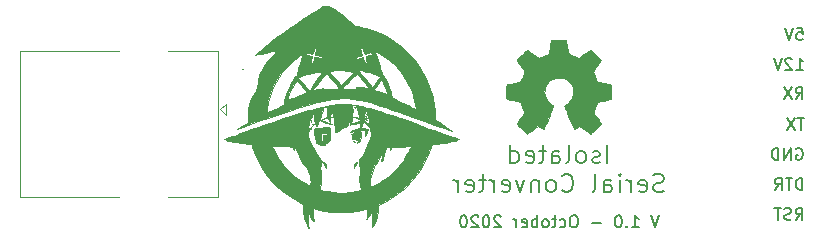
<source format=gbr>
G04 #@! TF.GenerationSoftware,KiCad,Pcbnew,(5.1.7)-1*
G04 #@! TF.CreationDate,2020-10-20T19:41:26+02:00*
G04 #@! TF.ProjectId,EQMOD_DIRECT_Isolated,45514d4f-445f-4444-9952-4543545f4973,rev?*
G04 #@! TF.SameCoordinates,Original*
G04 #@! TF.FileFunction,Legend,Bot*
G04 #@! TF.FilePolarity,Positive*
%FSLAX46Y46*%
G04 Gerber Fmt 4.6, Leading zero omitted, Abs format (unit mm)*
G04 Created by KiCad (PCBNEW (5.1.7)-1) date 2020-10-20 19:41:26*
%MOMM*%
%LPD*%
G01*
G04 APERTURE LIST*
%ADD10C,0.150000*%
%ADD11C,0.200000*%
%ADD12C,0.010000*%
%ADD13C,0.120000*%
G04 APERTURE END LIST*
D10*
X139262380Y-108037380D02*
X138929047Y-109037380D01*
X138595714Y-108037380D01*
X136976666Y-109037380D02*
X137548095Y-109037380D01*
X137262380Y-109037380D02*
X137262380Y-108037380D01*
X137357619Y-108180238D01*
X137452857Y-108275476D01*
X137548095Y-108323095D01*
X136548095Y-108942142D02*
X136500476Y-108989761D01*
X136548095Y-109037380D01*
X136595714Y-108989761D01*
X136548095Y-108942142D01*
X136548095Y-109037380D01*
X135881428Y-108037380D02*
X135786190Y-108037380D01*
X135690952Y-108085000D01*
X135643333Y-108132619D01*
X135595714Y-108227857D01*
X135548095Y-108418333D01*
X135548095Y-108656428D01*
X135595714Y-108846904D01*
X135643333Y-108942142D01*
X135690952Y-108989761D01*
X135786190Y-109037380D01*
X135881428Y-109037380D01*
X135976666Y-108989761D01*
X136024285Y-108942142D01*
X136071904Y-108846904D01*
X136119523Y-108656428D01*
X136119523Y-108418333D01*
X136071904Y-108227857D01*
X136024285Y-108132619D01*
X135976666Y-108085000D01*
X135881428Y-108037380D01*
X134357619Y-108656428D02*
X133595714Y-108656428D01*
X132167142Y-108037380D02*
X131976666Y-108037380D01*
X131881428Y-108085000D01*
X131786190Y-108180238D01*
X131738571Y-108370714D01*
X131738571Y-108704047D01*
X131786190Y-108894523D01*
X131881428Y-108989761D01*
X131976666Y-109037380D01*
X132167142Y-109037380D01*
X132262380Y-108989761D01*
X132357619Y-108894523D01*
X132405238Y-108704047D01*
X132405238Y-108370714D01*
X132357619Y-108180238D01*
X132262380Y-108085000D01*
X132167142Y-108037380D01*
X130881428Y-108989761D02*
X130976666Y-109037380D01*
X131167142Y-109037380D01*
X131262380Y-108989761D01*
X131310000Y-108942142D01*
X131357619Y-108846904D01*
X131357619Y-108561190D01*
X131310000Y-108465952D01*
X131262380Y-108418333D01*
X131167142Y-108370714D01*
X130976666Y-108370714D01*
X130881428Y-108418333D01*
X130595714Y-108370714D02*
X130214761Y-108370714D01*
X130452857Y-108037380D02*
X130452857Y-108894523D01*
X130405238Y-108989761D01*
X130310000Y-109037380D01*
X130214761Y-109037380D01*
X129738571Y-109037380D02*
X129833809Y-108989761D01*
X129881428Y-108942142D01*
X129929047Y-108846904D01*
X129929047Y-108561190D01*
X129881428Y-108465952D01*
X129833809Y-108418333D01*
X129738571Y-108370714D01*
X129595714Y-108370714D01*
X129500476Y-108418333D01*
X129452857Y-108465952D01*
X129405238Y-108561190D01*
X129405238Y-108846904D01*
X129452857Y-108942142D01*
X129500476Y-108989761D01*
X129595714Y-109037380D01*
X129738571Y-109037380D01*
X128976666Y-109037380D02*
X128976666Y-108037380D01*
X128976666Y-108418333D02*
X128881428Y-108370714D01*
X128690952Y-108370714D01*
X128595714Y-108418333D01*
X128548095Y-108465952D01*
X128500476Y-108561190D01*
X128500476Y-108846904D01*
X128548095Y-108942142D01*
X128595714Y-108989761D01*
X128690952Y-109037380D01*
X128881428Y-109037380D01*
X128976666Y-108989761D01*
X127690952Y-108989761D02*
X127786190Y-109037380D01*
X127976666Y-109037380D01*
X128071904Y-108989761D01*
X128119523Y-108894523D01*
X128119523Y-108513571D01*
X128071904Y-108418333D01*
X127976666Y-108370714D01*
X127786190Y-108370714D01*
X127690952Y-108418333D01*
X127643333Y-108513571D01*
X127643333Y-108608809D01*
X128119523Y-108704047D01*
X127214761Y-109037380D02*
X127214761Y-108370714D01*
X127214761Y-108561190D02*
X127167142Y-108465952D01*
X127119523Y-108418333D01*
X127024285Y-108370714D01*
X126929047Y-108370714D01*
X125881428Y-108132619D02*
X125833809Y-108085000D01*
X125738571Y-108037380D01*
X125500476Y-108037380D01*
X125405238Y-108085000D01*
X125357619Y-108132619D01*
X125310000Y-108227857D01*
X125310000Y-108323095D01*
X125357619Y-108465952D01*
X125929047Y-109037380D01*
X125310000Y-109037380D01*
X124690952Y-108037380D02*
X124595714Y-108037380D01*
X124500476Y-108085000D01*
X124452857Y-108132619D01*
X124405238Y-108227857D01*
X124357619Y-108418333D01*
X124357619Y-108656428D01*
X124405238Y-108846904D01*
X124452857Y-108942142D01*
X124500476Y-108989761D01*
X124595714Y-109037380D01*
X124690952Y-109037380D01*
X124786190Y-108989761D01*
X124833809Y-108942142D01*
X124881428Y-108846904D01*
X124929047Y-108656428D01*
X124929047Y-108418333D01*
X124881428Y-108227857D01*
X124833809Y-108132619D01*
X124786190Y-108085000D01*
X124690952Y-108037380D01*
X123976666Y-108132619D02*
X123929047Y-108085000D01*
X123833809Y-108037380D01*
X123595714Y-108037380D01*
X123500476Y-108085000D01*
X123452857Y-108132619D01*
X123405238Y-108227857D01*
X123405238Y-108323095D01*
X123452857Y-108465952D01*
X124024285Y-109037380D01*
X123405238Y-109037380D01*
X122786190Y-108037380D02*
X122690952Y-108037380D01*
X122595714Y-108085000D01*
X122548095Y-108132619D01*
X122500476Y-108227857D01*
X122452857Y-108418333D01*
X122452857Y-108656428D01*
X122500476Y-108846904D01*
X122548095Y-108942142D01*
X122595714Y-108989761D01*
X122690952Y-109037380D01*
X122786190Y-109037380D01*
X122881428Y-108989761D01*
X122929047Y-108942142D01*
X122976666Y-108846904D01*
X123024285Y-108656428D01*
X123024285Y-108418333D01*
X122976666Y-108227857D01*
X122929047Y-108132619D01*
X122881428Y-108085000D01*
X122786190Y-108037380D01*
D11*
X134917142Y-103593571D02*
X134917142Y-102093571D01*
X134274285Y-103522142D02*
X134131428Y-103593571D01*
X133845714Y-103593571D01*
X133702857Y-103522142D01*
X133631428Y-103379285D01*
X133631428Y-103307857D01*
X133702857Y-103165000D01*
X133845714Y-103093571D01*
X134060000Y-103093571D01*
X134202857Y-103022142D01*
X134274285Y-102879285D01*
X134274285Y-102807857D01*
X134202857Y-102665000D01*
X134060000Y-102593571D01*
X133845714Y-102593571D01*
X133702857Y-102665000D01*
X132774285Y-103593571D02*
X132917142Y-103522142D01*
X132988571Y-103450714D01*
X133060000Y-103307857D01*
X133060000Y-102879285D01*
X132988571Y-102736428D01*
X132917142Y-102665000D01*
X132774285Y-102593571D01*
X132560000Y-102593571D01*
X132417142Y-102665000D01*
X132345714Y-102736428D01*
X132274285Y-102879285D01*
X132274285Y-103307857D01*
X132345714Y-103450714D01*
X132417142Y-103522142D01*
X132560000Y-103593571D01*
X132774285Y-103593571D01*
X131417142Y-103593571D02*
X131560000Y-103522142D01*
X131631428Y-103379285D01*
X131631428Y-102093571D01*
X130202857Y-103593571D02*
X130202857Y-102807857D01*
X130274285Y-102665000D01*
X130417142Y-102593571D01*
X130702857Y-102593571D01*
X130845714Y-102665000D01*
X130202857Y-103522142D02*
X130345714Y-103593571D01*
X130702857Y-103593571D01*
X130845714Y-103522142D01*
X130917142Y-103379285D01*
X130917142Y-103236428D01*
X130845714Y-103093571D01*
X130702857Y-103022142D01*
X130345714Y-103022142D01*
X130202857Y-102950714D01*
X129702857Y-102593571D02*
X129131428Y-102593571D01*
X129488571Y-102093571D02*
X129488571Y-103379285D01*
X129417142Y-103522142D01*
X129274285Y-103593571D01*
X129131428Y-103593571D01*
X128060000Y-103522142D02*
X128202857Y-103593571D01*
X128488571Y-103593571D01*
X128631428Y-103522142D01*
X128702857Y-103379285D01*
X128702857Y-102807857D01*
X128631428Y-102665000D01*
X128488571Y-102593571D01*
X128202857Y-102593571D01*
X128060000Y-102665000D01*
X127988571Y-102807857D01*
X127988571Y-102950714D01*
X128702857Y-103093571D01*
X126702857Y-103593571D02*
X126702857Y-102093571D01*
X126702857Y-103522142D02*
X126845714Y-103593571D01*
X127131428Y-103593571D01*
X127274285Y-103522142D01*
X127345714Y-103450714D01*
X127417142Y-103307857D01*
X127417142Y-102879285D01*
X127345714Y-102736428D01*
X127274285Y-102665000D01*
X127131428Y-102593571D01*
X126845714Y-102593571D01*
X126702857Y-102665000D01*
X139667142Y-105972142D02*
X139452857Y-106043571D01*
X139095714Y-106043571D01*
X138952857Y-105972142D01*
X138881428Y-105900714D01*
X138810000Y-105757857D01*
X138810000Y-105615000D01*
X138881428Y-105472142D01*
X138952857Y-105400714D01*
X139095714Y-105329285D01*
X139381428Y-105257857D01*
X139524285Y-105186428D01*
X139595714Y-105115000D01*
X139667142Y-104972142D01*
X139667142Y-104829285D01*
X139595714Y-104686428D01*
X139524285Y-104615000D01*
X139381428Y-104543571D01*
X139024285Y-104543571D01*
X138810000Y-104615000D01*
X137595714Y-105972142D02*
X137738571Y-106043571D01*
X138024285Y-106043571D01*
X138167142Y-105972142D01*
X138238571Y-105829285D01*
X138238571Y-105257857D01*
X138167142Y-105115000D01*
X138024285Y-105043571D01*
X137738571Y-105043571D01*
X137595714Y-105115000D01*
X137524285Y-105257857D01*
X137524285Y-105400714D01*
X138238571Y-105543571D01*
X136881428Y-106043571D02*
X136881428Y-105043571D01*
X136881428Y-105329285D02*
X136810000Y-105186428D01*
X136738571Y-105115000D01*
X136595714Y-105043571D01*
X136452857Y-105043571D01*
X135952857Y-106043571D02*
X135952857Y-105043571D01*
X135952857Y-104543571D02*
X136024285Y-104615000D01*
X135952857Y-104686428D01*
X135881428Y-104615000D01*
X135952857Y-104543571D01*
X135952857Y-104686428D01*
X134595714Y-106043571D02*
X134595714Y-105257857D01*
X134667142Y-105115000D01*
X134810000Y-105043571D01*
X135095714Y-105043571D01*
X135238571Y-105115000D01*
X134595714Y-105972142D02*
X134738571Y-106043571D01*
X135095714Y-106043571D01*
X135238571Y-105972142D01*
X135310000Y-105829285D01*
X135310000Y-105686428D01*
X135238571Y-105543571D01*
X135095714Y-105472142D01*
X134738571Y-105472142D01*
X134595714Y-105400714D01*
X133667142Y-106043571D02*
X133810000Y-105972142D01*
X133881428Y-105829285D01*
X133881428Y-104543571D01*
X131095714Y-105900714D02*
X131167142Y-105972142D01*
X131381428Y-106043571D01*
X131524285Y-106043571D01*
X131738571Y-105972142D01*
X131881428Y-105829285D01*
X131952857Y-105686428D01*
X132024285Y-105400714D01*
X132024285Y-105186428D01*
X131952857Y-104900714D01*
X131881428Y-104757857D01*
X131738571Y-104615000D01*
X131524285Y-104543571D01*
X131381428Y-104543571D01*
X131167142Y-104615000D01*
X131095714Y-104686428D01*
X130238571Y-106043571D02*
X130381428Y-105972142D01*
X130452857Y-105900714D01*
X130524285Y-105757857D01*
X130524285Y-105329285D01*
X130452857Y-105186428D01*
X130381428Y-105115000D01*
X130238571Y-105043571D01*
X130024285Y-105043571D01*
X129881428Y-105115000D01*
X129810000Y-105186428D01*
X129738571Y-105329285D01*
X129738571Y-105757857D01*
X129810000Y-105900714D01*
X129881428Y-105972142D01*
X130024285Y-106043571D01*
X130238571Y-106043571D01*
X129095714Y-105043571D02*
X129095714Y-106043571D01*
X129095714Y-105186428D02*
X129024285Y-105115000D01*
X128881428Y-105043571D01*
X128667142Y-105043571D01*
X128524285Y-105115000D01*
X128452857Y-105257857D01*
X128452857Y-106043571D01*
X127881428Y-105043571D02*
X127524285Y-106043571D01*
X127167142Y-105043571D01*
X126024285Y-105972142D02*
X126167142Y-106043571D01*
X126452857Y-106043571D01*
X126595714Y-105972142D01*
X126667142Y-105829285D01*
X126667142Y-105257857D01*
X126595714Y-105115000D01*
X126452857Y-105043571D01*
X126167142Y-105043571D01*
X126024285Y-105115000D01*
X125952857Y-105257857D01*
X125952857Y-105400714D01*
X126667142Y-105543571D01*
X125310000Y-106043571D02*
X125310000Y-105043571D01*
X125310000Y-105329285D02*
X125238571Y-105186428D01*
X125167142Y-105115000D01*
X125024285Y-105043571D01*
X124881428Y-105043571D01*
X124595714Y-105043571D02*
X124024285Y-105043571D01*
X124381428Y-104543571D02*
X124381428Y-105829285D01*
X124310000Y-105972142D01*
X124167142Y-106043571D01*
X124024285Y-106043571D01*
X122952857Y-105972142D02*
X123095714Y-106043571D01*
X123381428Y-106043571D01*
X123524285Y-105972142D01*
X123595714Y-105829285D01*
X123595714Y-105257857D01*
X123524285Y-105115000D01*
X123381428Y-105043571D01*
X123095714Y-105043571D01*
X122952857Y-105115000D01*
X122881428Y-105257857D01*
X122881428Y-105400714D01*
X123595714Y-105543571D01*
X122238571Y-106043571D02*
X122238571Y-105043571D01*
X122238571Y-105329285D02*
X122167142Y-105186428D01*
X122095714Y-105115000D01*
X121952857Y-105043571D01*
X121810000Y-105043571D01*
D10*
X150857976Y-108402380D02*
X151191309Y-107926190D01*
X151429404Y-108402380D02*
X151429404Y-107402380D01*
X151048452Y-107402380D01*
X150953214Y-107450000D01*
X150905595Y-107497619D01*
X150857976Y-107592857D01*
X150857976Y-107735714D01*
X150905595Y-107830952D01*
X150953214Y-107878571D01*
X151048452Y-107926190D01*
X151429404Y-107926190D01*
X150477023Y-108354761D02*
X150334166Y-108402380D01*
X150096071Y-108402380D01*
X150000833Y-108354761D01*
X149953214Y-108307142D01*
X149905595Y-108211904D01*
X149905595Y-108116666D01*
X149953214Y-108021428D01*
X150000833Y-107973809D01*
X150096071Y-107926190D01*
X150286547Y-107878571D01*
X150381785Y-107830952D01*
X150429404Y-107783333D01*
X150477023Y-107688095D01*
X150477023Y-107592857D01*
X150429404Y-107497619D01*
X150381785Y-107450000D01*
X150286547Y-107402380D01*
X150048452Y-107402380D01*
X149905595Y-107450000D01*
X149619880Y-107402380D02*
X149048452Y-107402380D01*
X149334166Y-108402380D02*
X149334166Y-107402380D01*
X151429404Y-105862380D02*
X151429404Y-104862380D01*
X151191309Y-104862380D01*
X151048452Y-104910000D01*
X150953214Y-105005238D01*
X150905595Y-105100476D01*
X150857976Y-105290952D01*
X150857976Y-105433809D01*
X150905595Y-105624285D01*
X150953214Y-105719523D01*
X151048452Y-105814761D01*
X151191309Y-105862380D01*
X151429404Y-105862380D01*
X150572261Y-104862380D02*
X150000833Y-104862380D01*
X150286547Y-105862380D02*
X150286547Y-104862380D01*
X149096071Y-105862380D02*
X149429404Y-105386190D01*
X149667500Y-105862380D02*
X149667500Y-104862380D01*
X149286547Y-104862380D01*
X149191309Y-104910000D01*
X149143690Y-104957619D01*
X149096071Y-105052857D01*
X149096071Y-105195714D01*
X149143690Y-105290952D01*
X149191309Y-105338571D01*
X149286547Y-105386190D01*
X149667500Y-105386190D01*
X150905595Y-102370000D02*
X151000833Y-102322380D01*
X151143690Y-102322380D01*
X151286547Y-102370000D01*
X151381785Y-102465238D01*
X151429404Y-102560476D01*
X151477023Y-102750952D01*
X151477023Y-102893809D01*
X151429404Y-103084285D01*
X151381785Y-103179523D01*
X151286547Y-103274761D01*
X151143690Y-103322380D01*
X151048452Y-103322380D01*
X150905595Y-103274761D01*
X150857976Y-103227142D01*
X150857976Y-102893809D01*
X151048452Y-102893809D01*
X150429404Y-103322380D02*
X150429404Y-102322380D01*
X149857976Y-103322380D01*
X149857976Y-102322380D01*
X149381785Y-103322380D02*
X149381785Y-102322380D01*
X149143690Y-102322380D01*
X149000833Y-102370000D01*
X148905595Y-102465238D01*
X148857976Y-102560476D01*
X148810357Y-102750952D01*
X148810357Y-102893809D01*
X148857976Y-103084285D01*
X148905595Y-103179523D01*
X149000833Y-103274761D01*
X149143690Y-103322380D01*
X149381785Y-103322380D01*
X151572261Y-99782380D02*
X151000833Y-99782380D01*
X151286547Y-100782380D02*
X151286547Y-99782380D01*
X150762738Y-99782380D02*
X150096071Y-100782380D01*
X150096071Y-99782380D02*
X150762738Y-100782380D01*
X150857976Y-98178880D02*
X151191309Y-97702690D01*
X151429404Y-98178880D02*
X151429404Y-97178880D01*
X151048452Y-97178880D01*
X150953214Y-97226500D01*
X150905595Y-97274119D01*
X150857976Y-97369357D01*
X150857976Y-97512214D01*
X150905595Y-97607452D01*
X150953214Y-97655071D01*
X151048452Y-97702690D01*
X151429404Y-97702690D01*
X150524642Y-97178880D02*
X149857976Y-98178880D01*
X149857976Y-97178880D02*
X150524642Y-98178880D01*
X150905595Y-95702380D02*
X151477023Y-95702380D01*
X151191309Y-95702380D02*
X151191309Y-94702380D01*
X151286547Y-94845238D01*
X151381785Y-94940476D01*
X151477023Y-94988095D01*
X150524642Y-94797619D02*
X150477023Y-94750000D01*
X150381785Y-94702380D01*
X150143690Y-94702380D01*
X150048452Y-94750000D01*
X150000833Y-94797619D01*
X149953214Y-94892857D01*
X149953214Y-94988095D01*
X150000833Y-95130952D01*
X150572261Y-95702380D01*
X149953214Y-95702380D01*
X149667500Y-94702380D02*
X149334166Y-95702380D01*
X149000833Y-94702380D01*
X150953214Y-92162380D02*
X151429404Y-92162380D01*
X151477023Y-92638571D01*
X151429404Y-92590952D01*
X151334166Y-92543333D01*
X151096071Y-92543333D01*
X151000833Y-92590952D01*
X150953214Y-92638571D01*
X150905595Y-92733809D01*
X150905595Y-92971904D01*
X150953214Y-93067142D01*
X151000833Y-93114761D01*
X151096071Y-93162380D01*
X151334166Y-93162380D01*
X151429404Y-93114761D01*
X151477023Y-93067142D01*
X150619880Y-92162380D02*
X150286547Y-93162380D01*
X149953214Y-92162380D01*
D12*
G36*
X130063464Y-93755427D02*
G01*
X129950882Y-94352618D01*
X129535469Y-94523865D01*
X129120055Y-94695112D01*
X128621698Y-94356233D01*
X128482131Y-94261877D01*
X128355971Y-94177630D01*
X128249104Y-94107338D01*
X128167417Y-94054847D01*
X128116798Y-94024004D01*
X128103013Y-94017353D01*
X128078179Y-94034458D01*
X128025111Y-94081744D01*
X127949759Y-94153172D01*
X127858070Y-94242700D01*
X127755992Y-94344289D01*
X127649473Y-94451898D01*
X127544463Y-94559487D01*
X127446908Y-94661015D01*
X127362757Y-94750441D01*
X127297959Y-94821726D01*
X127258462Y-94868828D01*
X127249019Y-94884592D01*
X127262608Y-94913653D01*
X127300706Y-94977321D01*
X127359306Y-95069367D01*
X127434402Y-95183564D01*
X127521991Y-95313684D01*
X127572745Y-95387901D01*
X127665254Y-95523422D01*
X127747459Y-95645716D01*
X127815369Y-95748695D01*
X127864999Y-95826273D01*
X127892359Y-95872361D01*
X127896470Y-95882047D01*
X127887150Y-95909574D01*
X127861745Y-95973728D01*
X127824088Y-96065490D01*
X127778013Y-96175839D01*
X127727353Y-96295755D01*
X127675940Y-96416219D01*
X127627610Y-96528209D01*
X127586193Y-96622707D01*
X127555525Y-96690692D01*
X127539438Y-96723143D01*
X127538488Y-96724420D01*
X127513227Y-96730617D01*
X127445954Y-96744440D01*
X127343639Y-96764532D01*
X127213258Y-96789534D01*
X127061783Y-96818086D01*
X126973406Y-96834551D01*
X126811547Y-96865369D01*
X126665350Y-96894694D01*
X126542212Y-96920921D01*
X126449530Y-96942446D01*
X126394698Y-96957665D01*
X126383676Y-96962493D01*
X126372881Y-96995174D01*
X126364170Y-97068985D01*
X126357539Y-97175292D01*
X126352981Y-97305467D01*
X126350490Y-97450876D01*
X126350061Y-97602890D01*
X126351688Y-97752877D01*
X126355364Y-97892206D01*
X126361084Y-98012245D01*
X126368842Y-98104365D01*
X126378631Y-98159932D01*
X126384503Y-98171500D01*
X126419600Y-98185365D01*
X126493971Y-98205188D01*
X126597776Y-98228639D01*
X126721180Y-98253391D01*
X126764258Y-98261398D01*
X126971952Y-98299441D01*
X127136015Y-98330079D01*
X127261869Y-98354529D01*
X127354934Y-98374009D01*
X127420632Y-98389736D01*
X127464382Y-98402928D01*
X127491607Y-98414804D01*
X127507727Y-98426580D01*
X127509982Y-98428908D01*
X127532496Y-98466400D01*
X127566841Y-98539365D01*
X127609588Y-98638867D01*
X127657307Y-98755973D01*
X127706569Y-98881748D01*
X127753944Y-99007257D01*
X127796004Y-99123565D01*
X127829319Y-99221739D01*
X127850458Y-99292843D01*
X127855994Y-99327942D01*
X127855533Y-99329172D01*
X127836776Y-99357861D01*
X127794223Y-99420985D01*
X127732346Y-99511973D01*
X127655617Y-99624255D01*
X127568508Y-99751260D01*
X127543701Y-99787353D01*
X127455247Y-99918203D01*
X127377411Y-100037591D01*
X127314433Y-100138662D01*
X127270554Y-100214559D01*
X127250014Y-100258427D01*
X127249019Y-100263817D01*
X127266277Y-100292144D01*
X127313964Y-100348261D01*
X127385949Y-100426137D01*
X127476102Y-100519740D01*
X127578294Y-100623041D01*
X127686394Y-100730006D01*
X127794271Y-100834606D01*
X127895795Y-100930809D01*
X127984837Y-101012584D01*
X128055266Y-101073900D01*
X128100952Y-101108726D01*
X128113590Y-101114412D01*
X128143008Y-101101020D01*
X128203238Y-101064899D01*
X128284470Y-101012136D01*
X128346969Y-100969667D01*
X128460214Y-100891740D01*
X128594325Y-100799984D01*
X128728844Y-100708375D01*
X128801166Y-100659346D01*
X129045961Y-100493770D01*
X129251449Y-100604875D01*
X129345063Y-100653548D01*
X129424669Y-100691381D01*
X129478532Y-100712958D01*
X129492242Y-100715961D01*
X129508729Y-100693793D01*
X129541254Y-100631149D01*
X129587391Y-100533809D01*
X129644709Y-100407549D01*
X129710783Y-100258150D01*
X129783184Y-100091388D01*
X129859483Y-99913042D01*
X129937253Y-99728891D01*
X130014065Y-99544712D01*
X130087493Y-99366285D01*
X130155107Y-99199387D01*
X130214479Y-99049797D01*
X130263183Y-98923293D01*
X130298789Y-98825654D01*
X130318869Y-98762657D01*
X130322099Y-98741021D01*
X130296503Y-98713424D01*
X130240461Y-98668625D01*
X130165688Y-98615934D01*
X130159412Y-98611765D01*
X129966154Y-98457069D01*
X129810325Y-98276591D01*
X129693275Y-98076102D01*
X129616354Y-97861374D01*
X129580913Y-97638177D01*
X129588302Y-97412281D01*
X129639872Y-97189459D01*
X129736973Y-96975479D01*
X129765541Y-96928664D01*
X129914131Y-96739618D01*
X130089672Y-96587812D01*
X130286089Y-96474034D01*
X130497306Y-96399075D01*
X130717246Y-96363722D01*
X130939836Y-96368767D01*
X131158998Y-96414999D01*
X131368657Y-96503206D01*
X131562738Y-96634179D01*
X131622773Y-96687337D01*
X131775564Y-96853739D01*
X131886902Y-97028912D01*
X131963276Y-97225266D01*
X132005812Y-97419717D01*
X132016313Y-97638342D01*
X131981299Y-97858052D01*
X131904326Y-98071420D01*
X131788952Y-98271022D01*
X131638734Y-98449429D01*
X131457226Y-98599217D01*
X131433372Y-98615006D01*
X131357798Y-98666712D01*
X131300348Y-98711512D01*
X131272882Y-98740117D01*
X131272482Y-98741021D01*
X131278379Y-98771964D01*
X131301754Y-98842191D01*
X131340178Y-98945925D01*
X131391222Y-99077390D01*
X131452457Y-99230807D01*
X131521455Y-99400401D01*
X131595786Y-99580393D01*
X131673021Y-99765008D01*
X131750731Y-99948468D01*
X131826488Y-100124996D01*
X131897862Y-100288814D01*
X131962425Y-100434147D01*
X132017747Y-100555217D01*
X132061399Y-100646247D01*
X132090953Y-100701460D01*
X132102855Y-100715961D01*
X132139222Y-100704669D01*
X132207269Y-100674385D01*
X132295263Y-100630520D01*
X132343649Y-100604875D01*
X132549136Y-100493770D01*
X132793931Y-100659346D01*
X132918893Y-100744170D01*
X133055704Y-100837516D01*
X133183911Y-100925408D01*
X133248128Y-100969667D01*
X133338448Y-101030318D01*
X133414928Y-101078381D01*
X133467592Y-101107770D01*
X133484697Y-101113982D01*
X133509594Y-101097223D01*
X133564694Y-101050436D01*
X133644656Y-100978480D01*
X133744139Y-100886212D01*
X133857799Y-100778490D01*
X133929684Y-100709326D01*
X134055448Y-100585757D01*
X134164136Y-100475234D01*
X134251354Y-100382485D01*
X134312710Y-100312237D01*
X134343808Y-100269220D01*
X134346791Y-100260490D01*
X134332946Y-100227284D01*
X134294687Y-100160142D01*
X134236258Y-100065863D01*
X134161902Y-99951245D01*
X134075864Y-99823083D01*
X134051397Y-99787353D01*
X133962245Y-99657489D01*
X133882261Y-99540569D01*
X133815919Y-99443162D01*
X133767688Y-99371839D01*
X133742042Y-99333170D01*
X133739564Y-99329172D01*
X133743270Y-99298355D01*
X133762938Y-99230599D01*
X133795139Y-99134839D01*
X133836444Y-99020009D01*
X133883424Y-98895044D01*
X133932650Y-98768879D01*
X133980691Y-98650448D01*
X134024118Y-98548685D01*
X134059503Y-98472526D01*
X134083415Y-98430904D01*
X134085115Y-98428908D01*
X134099737Y-98417013D01*
X134124434Y-98405250D01*
X134164627Y-98392401D01*
X134225736Y-98377249D01*
X134313182Y-98358576D01*
X134432387Y-98335165D01*
X134588772Y-98305797D01*
X134787756Y-98269255D01*
X134830839Y-98261398D01*
X134958529Y-98236727D01*
X135069846Y-98212593D01*
X135154954Y-98191324D01*
X135204016Y-98175248D01*
X135210594Y-98171500D01*
X135221435Y-98138273D01*
X135230246Y-98064021D01*
X135237023Y-97957376D01*
X135241759Y-97826967D01*
X135244449Y-97681427D01*
X135245086Y-97529386D01*
X135243665Y-97379476D01*
X135240179Y-97240328D01*
X135234623Y-97120572D01*
X135226991Y-97028841D01*
X135217277Y-96973766D01*
X135211421Y-96962493D01*
X135178819Y-96951123D01*
X135104581Y-96932624D01*
X134996103Y-96908602D01*
X134860782Y-96880662D01*
X134706014Y-96850408D01*
X134621692Y-96834551D01*
X134461703Y-96804644D01*
X134319032Y-96777550D01*
X134200651Y-96754631D01*
X134113534Y-96737243D01*
X134064654Y-96726747D01*
X134056609Y-96724420D01*
X134043012Y-96698186D01*
X134014270Y-96634995D01*
X133974214Y-96543877D01*
X133926675Y-96433857D01*
X133875484Y-96313965D01*
X133824473Y-96193227D01*
X133777473Y-96080671D01*
X133738315Y-95985326D01*
X133710830Y-95916217D01*
X133698850Y-95882374D01*
X133698627Y-95880895D01*
X133712208Y-95854197D01*
X133750284Y-95792760D01*
X133808852Y-95702689D01*
X133883911Y-95590090D01*
X133971459Y-95461070D01*
X134022352Y-95386961D01*
X134115090Y-95251077D01*
X134197458Y-95127709D01*
X134265438Y-95023097D01*
X134315011Y-94943483D01*
X134342157Y-94895107D01*
X134346078Y-94884262D01*
X134329224Y-94859020D01*
X134282631Y-94805124D01*
X134212251Y-94728613D01*
X134124034Y-94635523D01*
X134023934Y-94531895D01*
X133917901Y-94423764D01*
X133811888Y-94317170D01*
X133711847Y-94218150D01*
X133623729Y-94132742D01*
X133553486Y-94066985D01*
X133507071Y-94026916D01*
X133491543Y-94017353D01*
X133466260Y-94030800D01*
X133405788Y-94068575D01*
X133316007Y-94126835D01*
X133202796Y-94201734D01*
X133072036Y-94289425D01*
X132973400Y-94356233D01*
X132475042Y-94695112D01*
X132059629Y-94523865D01*
X131644215Y-94352618D01*
X131531633Y-93755427D01*
X131419050Y-93158235D01*
X130176047Y-93158235D01*
X130063464Y-93755427D01*
G37*
X130063464Y-93755427D02*
X129950882Y-94352618D01*
X129535469Y-94523865D01*
X129120055Y-94695112D01*
X128621698Y-94356233D01*
X128482131Y-94261877D01*
X128355971Y-94177630D01*
X128249104Y-94107338D01*
X128167417Y-94054847D01*
X128116798Y-94024004D01*
X128103013Y-94017353D01*
X128078179Y-94034458D01*
X128025111Y-94081744D01*
X127949759Y-94153172D01*
X127858070Y-94242700D01*
X127755992Y-94344289D01*
X127649473Y-94451898D01*
X127544463Y-94559487D01*
X127446908Y-94661015D01*
X127362757Y-94750441D01*
X127297959Y-94821726D01*
X127258462Y-94868828D01*
X127249019Y-94884592D01*
X127262608Y-94913653D01*
X127300706Y-94977321D01*
X127359306Y-95069367D01*
X127434402Y-95183564D01*
X127521991Y-95313684D01*
X127572745Y-95387901D01*
X127665254Y-95523422D01*
X127747459Y-95645716D01*
X127815369Y-95748695D01*
X127864999Y-95826273D01*
X127892359Y-95872361D01*
X127896470Y-95882047D01*
X127887150Y-95909574D01*
X127861745Y-95973728D01*
X127824088Y-96065490D01*
X127778013Y-96175839D01*
X127727353Y-96295755D01*
X127675940Y-96416219D01*
X127627610Y-96528209D01*
X127586193Y-96622707D01*
X127555525Y-96690692D01*
X127539438Y-96723143D01*
X127538488Y-96724420D01*
X127513227Y-96730617D01*
X127445954Y-96744440D01*
X127343639Y-96764532D01*
X127213258Y-96789534D01*
X127061783Y-96818086D01*
X126973406Y-96834551D01*
X126811547Y-96865369D01*
X126665350Y-96894694D01*
X126542212Y-96920921D01*
X126449530Y-96942446D01*
X126394698Y-96957665D01*
X126383676Y-96962493D01*
X126372881Y-96995174D01*
X126364170Y-97068985D01*
X126357539Y-97175292D01*
X126352981Y-97305467D01*
X126350490Y-97450876D01*
X126350061Y-97602890D01*
X126351688Y-97752877D01*
X126355364Y-97892206D01*
X126361084Y-98012245D01*
X126368842Y-98104365D01*
X126378631Y-98159932D01*
X126384503Y-98171500D01*
X126419600Y-98185365D01*
X126493971Y-98205188D01*
X126597776Y-98228639D01*
X126721180Y-98253391D01*
X126764258Y-98261398D01*
X126971952Y-98299441D01*
X127136015Y-98330079D01*
X127261869Y-98354529D01*
X127354934Y-98374009D01*
X127420632Y-98389736D01*
X127464382Y-98402928D01*
X127491607Y-98414804D01*
X127507727Y-98426580D01*
X127509982Y-98428908D01*
X127532496Y-98466400D01*
X127566841Y-98539365D01*
X127609588Y-98638867D01*
X127657307Y-98755973D01*
X127706569Y-98881748D01*
X127753944Y-99007257D01*
X127796004Y-99123565D01*
X127829319Y-99221739D01*
X127850458Y-99292843D01*
X127855994Y-99327942D01*
X127855533Y-99329172D01*
X127836776Y-99357861D01*
X127794223Y-99420985D01*
X127732346Y-99511973D01*
X127655617Y-99624255D01*
X127568508Y-99751260D01*
X127543701Y-99787353D01*
X127455247Y-99918203D01*
X127377411Y-100037591D01*
X127314433Y-100138662D01*
X127270554Y-100214559D01*
X127250014Y-100258427D01*
X127249019Y-100263817D01*
X127266277Y-100292144D01*
X127313964Y-100348261D01*
X127385949Y-100426137D01*
X127476102Y-100519740D01*
X127578294Y-100623041D01*
X127686394Y-100730006D01*
X127794271Y-100834606D01*
X127895795Y-100930809D01*
X127984837Y-101012584D01*
X128055266Y-101073900D01*
X128100952Y-101108726D01*
X128113590Y-101114412D01*
X128143008Y-101101020D01*
X128203238Y-101064899D01*
X128284470Y-101012136D01*
X128346969Y-100969667D01*
X128460214Y-100891740D01*
X128594325Y-100799984D01*
X128728844Y-100708375D01*
X128801166Y-100659346D01*
X129045961Y-100493770D01*
X129251449Y-100604875D01*
X129345063Y-100653548D01*
X129424669Y-100691381D01*
X129478532Y-100712958D01*
X129492242Y-100715961D01*
X129508729Y-100693793D01*
X129541254Y-100631149D01*
X129587391Y-100533809D01*
X129644709Y-100407549D01*
X129710783Y-100258150D01*
X129783184Y-100091388D01*
X129859483Y-99913042D01*
X129937253Y-99728891D01*
X130014065Y-99544712D01*
X130087493Y-99366285D01*
X130155107Y-99199387D01*
X130214479Y-99049797D01*
X130263183Y-98923293D01*
X130298789Y-98825654D01*
X130318869Y-98762657D01*
X130322099Y-98741021D01*
X130296503Y-98713424D01*
X130240461Y-98668625D01*
X130165688Y-98615934D01*
X130159412Y-98611765D01*
X129966154Y-98457069D01*
X129810325Y-98276591D01*
X129693275Y-98076102D01*
X129616354Y-97861374D01*
X129580913Y-97638177D01*
X129588302Y-97412281D01*
X129639872Y-97189459D01*
X129736973Y-96975479D01*
X129765541Y-96928664D01*
X129914131Y-96739618D01*
X130089672Y-96587812D01*
X130286089Y-96474034D01*
X130497306Y-96399075D01*
X130717246Y-96363722D01*
X130939836Y-96368767D01*
X131158998Y-96414999D01*
X131368657Y-96503206D01*
X131562738Y-96634179D01*
X131622773Y-96687337D01*
X131775564Y-96853739D01*
X131886902Y-97028912D01*
X131963276Y-97225266D01*
X132005812Y-97419717D01*
X132016313Y-97638342D01*
X131981299Y-97858052D01*
X131904326Y-98071420D01*
X131788952Y-98271022D01*
X131638734Y-98449429D01*
X131457226Y-98599217D01*
X131433372Y-98615006D01*
X131357798Y-98666712D01*
X131300348Y-98711512D01*
X131272882Y-98740117D01*
X131272482Y-98741021D01*
X131278379Y-98771964D01*
X131301754Y-98842191D01*
X131340178Y-98945925D01*
X131391222Y-99077390D01*
X131452457Y-99230807D01*
X131521455Y-99400401D01*
X131595786Y-99580393D01*
X131673021Y-99765008D01*
X131750731Y-99948468D01*
X131826488Y-100124996D01*
X131897862Y-100288814D01*
X131962425Y-100434147D01*
X132017747Y-100555217D01*
X132061399Y-100646247D01*
X132090953Y-100701460D01*
X132102855Y-100715961D01*
X132139222Y-100704669D01*
X132207269Y-100674385D01*
X132295263Y-100630520D01*
X132343649Y-100604875D01*
X132549136Y-100493770D01*
X132793931Y-100659346D01*
X132918893Y-100744170D01*
X133055704Y-100837516D01*
X133183911Y-100925408D01*
X133248128Y-100969667D01*
X133338448Y-101030318D01*
X133414928Y-101078381D01*
X133467592Y-101107770D01*
X133484697Y-101113982D01*
X133509594Y-101097223D01*
X133564694Y-101050436D01*
X133644656Y-100978480D01*
X133744139Y-100886212D01*
X133857799Y-100778490D01*
X133929684Y-100709326D01*
X134055448Y-100585757D01*
X134164136Y-100475234D01*
X134251354Y-100382485D01*
X134312710Y-100312237D01*
X134343808Y-100269220D01*
X134346791Y-100260490D01*
X134332946Y-100227284D01*
X134294687Y-100160142D01*
X134236258Y-100065863D01*
X134161902Y-99951245D01*
X134075864Y-99823083D01*
X134051397Y-99787353D01*
X133962245Y-99657489D01*
X133882261Y-99540569D01*
X133815919Y-99443162D01*
X133767688Y-99371839D01*
X133742042Y-99333170D01*
X133739564Y-99329172D01*
X133743270Y-99298355D01*
X133762938Y-99230599D01*
X133795139Y-99134839D01*
X133836444Y-99020009D01*
X133883424Y-98895044D01*
X133932650Y-98768879D01*
X133980691Y-98650448D01*
X134024118Y-98548685D01*
X134059503Y-98472526D01*
X134083415Y-98430904D01*
X134085115Y-98428908D01*
X134099737Y-98417013D01*
X134124434Y-98405250D01*
X134164627Y-98392401D01*
X134225736Y-98377249D01*
X134313182Y-98358576D01*
X134432387Y-98335165D01*
X134588772Y-98305797D01*
X134787756Y-98269255D01*
X134830839Y-98261398D01*
X134958529Y-98236727D01*
X135069846Y-98212593D01*
X135154954Y-98191324D01*
X135204016Y-98175248D01*
X135210594Y-98171500D01*
X135221435Y-98138273D01*
X135230246Y-98064021D01*
X135237023Y-97957376D01*
X135241759Y-97826967D01*
X135244449Y-97681427D01*
X135245086Y-97529386D01*
X135243665Y-97379476D01*
X135240179Y-97240328D01*
X135234623Y-97120572D01*
X135226991Y-97028841D01*
X135217277Y-96973766D01*
X135211421Y-96962493D01*
X135178819Y-96951123D01*
X135104581Y-96932624D01*
X134996103Y-96908602D01*
X134860782Y-96880662D01*
X134706014Y-96850408D01*
X134621692Y-96834551D01*
X134461703Y-96804644D01*
X134319032Y-96777550D01*
X134200651Y-96754631D01*
X134113534Y-96737243D01*
X134064654Y-96726747D01*
X134056609Y-96724420D01*
X134043012Y-96698186D01*
X134014270Y-96634995D01*
X133974214Y-96543877D01*
X133926675Y-96433857D01*
X133875484Y-96313965D01*
X133824473Y-96193227D01*
X133777473Y-96080671D01*
X133738315Y-95985326D01*
X133710830Y-95916217D01*
X133698850Y-95882374D01*
X133698627Y-95880895D01*
X133712208Y-95854197D01*
X133750284Y-95792760D01*
X133808852Y-95702689D01*
X133883911Y-95590090D01*
X133971459Y-95461070D01*
X134022352Y-95386961D01*
X134115090Y-95251077D01*
X134197458Y-95127709D01*
X134265438Y-95023097D01*
X134315011Y-94943483D01*
X134342157Y-94895107D01*
X134346078Y-94884262D01*
X134329224Y-94859020D01*
X134282631Y-94805124D01*
X134212251Y-94728613D01*
X134124034Y-94635523D01*
X134023934Y-94531895D01*
X133917901Y-94423764D01*
X133811888Y-94317170D01*
X133711847Y-94218150D01*
X133623729Y-94132742D01*
X133553486Y-94066985D01*
X133507071Y-94026916D01*
X133491543Y-94017353D01*
X133466260Y-94030800D01*
X133405788Y-94068575D01*
X133316007Y-94126835D01*
X133202796Y-94201734D01*
X133072036Y-94289425D01*
X132973400Y-94356233D01*
X132475042Y-94695112D01*
X132059629Y-94523865D01*
X131644215Y-94352618D01*
X131531633Y-93755427D01*
X131419050Y-93158235D01*
X130176047Y-93158235D01*
X130063464Y-93755427D01*
G36*
X112576429Y-98593870D02*
G01*
X112380411Y-98599940D01*
X112163926Y-98613782D01*
X111940083Y-98633753D01*
X111721986Y-98658215D01*
X111522743Y-98685526D01*
X111355460Y-98714044D01*
X111233244Y-98742131D01*
X111169200Y-98768143D01*
X111166721Y-98770344D01*
X111155634Y-98817540D01*
X111149862Y-98919971D01*
X111148811Y-99060759D01*
X111151885Y-99223027D01*
X111158490Y-99389898D01*
X111168029Y-99544492D01*
X111179908Y-99669934D01*
X111193532Y-99749345D01*
X111201884Y-99767572D01*
X111229212Y-99807544D01*
X111276792Y-99892301D01*
X111320424Y-99976215D01*
X111372957Y-100077758D01*
X111411215Y-100146838D01*
X111424968Y-100166646D01*
X111430188Y-100133343D01*
X111436134Y-100045536D01*
X111441621Y-99921265D01*
X111442233Y-99903574D01*
X111450901Y-99737777D01*
X111465362Y-99558637D01*
X111483795Y-99380632D01*
X111504379Y-99218238D01*
X111525293Y-99085934D01*
X111544717Y-98998197D01*
X111559740Y-98969286D01*
X111577497Y-99002103D01*
X111596129Y-99087107D01*
X111608381Y-99177929D01*
X111624224Y-99295397D01*
X111651198Y-99461919D01*
X111685555Y-99655519D01*
X111723551Y-99854219D01*
X111724360Y-99858286D01*
X111763577Y-100074080D01*
X111798792Y-100302257D01*
X111825889Y-100514046D01*
X111839856Y-100665643D01*
X111850616Y-100811538D01*
X111861689Y-100925393D01*
X111871386Y-100991271D01*
X111875431Y-101001286D01*
X111910471Y-100984517D01*
X111996643Y-100938569D01*
X112121906Y-100869986D01*
X112274221Y-100785309D01*
X112314600Y-100762680D01*
X112480504Y-100669729D01*
X112630749Y-100585852D01*
X112750263Y-100519445D01*
X112823975Y-100478901D01*
X112830429Y-100475419D01*
X112892188Y-100425007D01*
X112944307Y-100339694D01*
X112990898Y-100209031D01*
X113036072Y-100022567D01*
X113063611Y-99882761D01*
X113115444Y-99604286D01*
X113109008Y-99976294D01*
X113106337Y-100130668D01*
X113104207Y-100253734D01*
X113102881Y-100330330D01*
X113102571Y-100348192D01*
X113135191Y-100341335D01*
X113221444Y-100323302D01*
X113343919Y-100297733D01*
X113367604Y-100292792D01*
X113530382Y-100254387D01*
X113693812Y-100208691D01*
X113812104Y-100169308D01*
X113991571Y-100101115D01*
X113991571Y-100368128D01*
X113991572Y-100635140D01*
X113855500Y-100656175D01*
X113612361Y-100703903D01*
X113407491Y-100764431D01*
X113253656Y-100833437D01*
X113184214Y-100883471D01*
X113109517Y-100961809D01*
X113092864Y-101001687D01*
X113136375Y-101004948D01*
X113242170Y-100973435D01*
X113274416Y-100961872D01*
X113397868Y-100917465D01*
X113462087Y-100898907D01*
X113475985Y-100907091D01*
X113448476Y-100942907D01*
X113417527Y-100976195D01*
X113355459Y-101079479D01*
X113310327Y-101223374D01*
X113289283Y-101376586D01*
X113297708Y-101500475D01*
X113316360Y-101558093D01*
X113351906Y-101587731D01*
X113424560Y-101598608D01*
X113515903Y-101600000D01*
X113663377Y-101613618D01*
X113748783Y-101652685D01*
X113769334Y-101714524D01*
X113722244Y-101796458D01*
X113721351Y-101797448D01*
X113681825Y-101852895D01*
X113692335Y-101870023D01*
X113742394Y-101850556D01*
X113821516Y-101796222D01*
X113844948Y-101777107D01*
X113989459Y-101611934D01*
X114079267Y-101412231D01*
X114084018Y-101349628D01*
X114033934Y-101323701D01*
X114020364Y-101321516D01*
X113952835Y-101289853D01*
X113942068Y-101239718D01*
X113987825Y-101197558D01*
X114021560Y-101188899D01*
X114083253Y-101163196D01*
X114085060Y-101122431D01*
X114066271Y-101057726D01*
X114064143Y-101039902D01*
X114041610Y-100997449D01*
X113985853Y-100927806D01*
X113970019Y-100910322D01*
X113875895Y-100808760D01*
X114137601Y-100830701D01*
X114266836Y-100842921D01*
X114364010Y-100854720D01*
X114410012Y-100863739D01*
X114411121Y-100864454D01*
X114412796Y-100903695D01*
X114405203Y-100993694D01*
X114392910Y-101092991D01*
X114378742Y-101209514D01*
X114372307Y-101292995D01*
X114374125Y-101322158D01*
X114397243Y-101301975D01*
X114442089Y-101227940D01*
X114501756Y-101112884D01*
X114569339Y-100969638D01*
X114595620Y-100910572D01*
X114675013Y-100729143D01*
X114585733Y-100704650D01*
X114502770Y-100687885D01*
X114377249Y-100669032D01*
X114259985Y-100654833D01*
X114129186Y-100637004D01*
X114059799Y-100616284D01*
X114040673Y-100588739D01*
X114043143Y-100578361D01*
X114063164Y-100519331D01*
X114096824Y-100413634D01*
X114136854Y-100284099D01*
X114137048Y-100283463D01*
X114183292Y-100135745D01*
X114221381Y-100040046D01*
X114264458Y-99979008D01*
X114325664Y-99935275D01*
X114418144Y-99891490D01*
X114441679Y-99881142D01*
X114549601Y-99825908D01*
X114592927Y-99788395D01*
X114573157Y-99775465D01*
X114491789Y-99793982D01*
X114427771Y-99817458D01*
X114322873Y-99858520D01*
X114272412Y-99868631D01*
X114262823Y-99842191D01*
X114280545Y-99773601D01*
X114284962Y-99758500D01*
X114303506Y-99667462D01*
X114322507Y-99529529D01*
X114338600Y-99370278D01*
X114342291Y-99323072D01*
X114355527Y-99181536D01*
X114371397Y-99072493D01*
X114387257Y-99012333D01*
X114393541Y-99005572D01*
X114428126Y-99039887D01*
X114471459Y-99136614D01*
X114521331Y-99286426D01*
X114575536Y-99479995D01*
X114631865Y-99707993D01*
X114688110Y-99961093D01*
X114742063Y-100229967D01*
X114791517Y-100505287D01*
X114834264Y-100777726D01*
X114861641Y-100983143D01*
X114874089Y-101109358D01*
X114873988Y-101213069D01*
X114858136Y-101318443D01*
X114823331Y-101449645D01*
X114782436Y-101580869D01*
X114655828Y-101941535D01*
X114512907Y-102288096D01*
X114359948Y-102607968D01*
X114203227Y-102888564D01*
X114049022Y-103117297D01*
X113965848Y-103218327D01*
X113898901Y-103296018D01*
X113863566Y-103358131D01*
X113852918Y-103430689D01*
X113860033Y-103539712D01*
X113865769Y-103594394D01*
X113882714Y-103714737D01*
X113902477Y-103800092D01*
X113920311Y-103831572D01*
X113946987Y-103800164D01*
X113984376Y-103719447D01*
X114010495Y-103647792D01*
X114051317Y-103537651D01*
X114079031Y-103485361D01*
X114089215Y-103493537D01*
X114077448Y-103564796D01*
X114064425Y-103615898D01*
X114034390Y-103755536D01*
X114003885Y-103947714D01*
X113975107Y-104172448D01*
X113950254Y-104409756D01*
X113931525Y-104639653D01*
X113921120Y-104842158D01*
X113919730Y-104931073D01*
X113953073Y-105471266D01*
X114010315Y-105810978D01*
X114034034Y-105921671D01*
X113695303Y-105984319D01*
X113151997Y-106069066D01*
X112647520Y-106112493D01*
X112160953Y-106114473D01*
X111671379Y-106074880D01*
X111157879Y-105993589D01*
X111030618Y-105968244D01*
X110872480Y-105933874D01*
X110738867Y-105901565D01*
X110647246Y-105875723D01*
X110617951Y-105864159D01*
X110594597Y-105832539D01*
X110589999Y-105767688D01*
X110603831Y-105653734D01*
X110612548Y-105601706D01*
X110640820Y-105356446D01*
X110647784Y-105170002D01*
X109780602Y-105170002D01*
X109774132Y-105362232D01*
X109767607Y-105405059D01*
X109742999Y-105536229D01*
X109461423Y-105394656D01*
X109302605Y-105309137D01*
X109115399Y-105199849D01*
X108930598Y-105085029D01*
X108855209Y-105035600D01*
X108378915Y-104680368D01*
X107928955Y-104273727D01*
X107520081Y-103830437D01*
X107167046Y-103365259D01*
X107128852Y-103308239D01*
X107049621Y-103182208D01*
X106958313Y-103027402D01*
X106861119Y-102855500D01*
X106764227Y-102678180D01*
X106673827Y-102507120D01*
X106596108Y-102353999D01*
X106537258Y-102230495D01*
X106503468Y-102148287D01*
X106498961Y-102119705D01*
X106538173Y-102116584D01*
X106635127Y-102117851D01*
X106775154Y-102123106D01*
X106940775Y-102131782D01*
X107169630Y-102145187D01*
X107428718Y-102160255D01*
X107677492Y-102174633D01*
X107791776Y-102181196D01*
X108214124Y-102205373D01*
X108278073Y-102347186D01*
X108331096Y-102449113D01*
X108365697Y-102483229D01*
X108379007Y-102449706D01*
X108368155Y-102348714D01*
X108366933Y-102341926D01*
X108353413Y-102249308D01*
X108362535Y-102209384D01*
X108400280Y-102204219D01*
X108412293Y-102205854D01*
X108451149Y-102226671D01*
X108491946Y-102283900D01*
X108540092Y-102387840D01*
X108600994Y-102548791D01*
X108618935Y-102599396D01*
X108792454Y-103032682D01*
X108992049Y-103412476D01*
X109227133Y-103755918D01*
X109312672Y-103862479D01*
X109437689Y-104018887D01*
X109525398Y-104147788D01*
X109589634Y-104273160D01*
X109644236Y-104418980D01*
X109657611Y-104460205D01*
X109719676Y-104696095D01*
X109761562Y-104940325D01*
X109780602Y-105170002D01*
X110647784Y-105170002D01*
X110651945Y-105058604D01*
X110646691Y-104725924D01*
X110625826Y-104376147D01*
X110590118Y-104027018D01*
X110540335Y-103696281D01*
X110526986Y-103624739D01*
X110524447Y-103587369D01*
X110543750Y-103617202D01*
X110569625Y-103677357D01*
X110611495Y-103769108D01*
X110645882Y-103824327D01*
X110656097Y-103831572D01*
X110672449Y-103798696D01*
X110690853Y-103713143D01*
X110705099Y-103611476D01*
X110716758Y-103487632D01*
X110711084Y-103407329D01*
X110679742Y-103342098D01*
X110614398Y-103263469D01*
X110597841Y-103245097D01*
X110458249Y-103071120D01*
X110301675Y-102842218D01*
X110136220Y-102571568D01*
X109969988Y-102272345D01*
X109828852Y-101994537D01*
X109734626Y-101797050D01*
X109668066Y-101645629D01*
X109623124Y-101522075D01*
X109593753Y-101408189D01*
X109573905Y-101285770D01*
X109563588Y-101196251D01*
X109540513Y-100949151D01*
X109531392Y-100752495D01*
X109538216Y-100585151D01*
X109562974Y-100425984D01*
X109607658Y-100253862D01*
X109670794Y-100057857D01*
X109737992Y-99866271D01*
X109809698Y-99673076D01*
X109876268Y-99503723D01*
X109918277Y-99404870D01*
X110024464Y-99169169D01*
X110049726Y-99528559D01*
X110064707Y-99704510D01*
X110083542Y-99872952D01*
X110103114Y-100007576D01*
X110111667Y-100051615D01*
X110129478Y-100143174D01*
X110126219Y-100207305D01*
X110093092Y-100268383D01*
X110021298Y-100350784D01*
X109992601Y-100381497D01*
X109836857Y-100547715D01*
X110005205Y-100389880D01*
X110173554Y-100232045D01*
X110216662Y-100362665D01*
X110250980Y-100446782D01*
X110281893Y-100491211D01*
X110287499Y-100493286D01*
X110314174Y-100462040D01*
X110347256Y-100383923D01*
X110357712Y-100351484D01*
X110401597Y-100219018D01*
X110451008Y-100088163D01*
X110454730Y-100079167D01*
X110509262Y-99948652D01*
X110767772Y-100078835D01*
X110908295Y-100140918D01*
X111071079Y-100199619D01*
X111237813Y-100249874D01*
X111390185Y-100286620D01*
X111509882Y-100304793D01*
X111573229Y-100301543D01*
X111559028Y-100284878D01*
X111488674Y-100250730D01*
X111374787Y-100204786D01*
X111287327Y-100172686D01*
X111028618Y-100079685D01*
X110832499Y-100006341D01*
X110692524Y-99949932D01*
X110602250Y-99907734D01*
X110555231Y-99877025D01*
X110544429Y-99858805D01*
X110556106Y-99812934D01*
X110588189Y-99712158D01*
X110636256Y-99569768D01*
X110695883Y-99399051D01*
X110719750Y-99332034D01*
X110794003Y-99115889D01*
X110841054Y-98958713D01*
X110860219Y-98863083D01*
X110853060Y-98831769D01*
X110800644Y-98836687D01*
X110688400Y-98859344D01*
X110526166Y-98897158D01*
X110323782Y-98947546D01*
X110091089Y-99007927D01*
X109837925Y-99075719D01*
X109574131Y-99148339D01*
X109309546Y-99223206D01*
X109054009Y-99297737D01*
X108893429Y-99345997D01*
X108517968Y-99462081D01*
X108131032Y-99585191D01*
X107724779Y-99717985D01*
X107291364Y-99863124D01*
X106822945Y-100023266D01*
X106311679Y-100201071D01*
X105749722Y-100399200D01*
X105129232Y-100620311D01*
X105016775Y-100660588D01*
X104554796Y-100825953D01*
X104155977Y-100968224D01*
X103815285Y-101089134D01*
X103527686Y-101190413D01*
X103288147Y-101273791D01*
X103091634Y-101341000D01*
X102933115Y-101393771D01*
X102807555Y-101433834D01*
X102709921Y-101462920D01*
X102635180Y-101482761D01*
X102606929Y-101489298D01*
X102512772Y-101520825D01*
X102486598Y-101558047D01*
X102524140Y-101599819D01*
X102621133Y-101644993D01*
X102773309Y-101692423D01*
X102976403Y-101740961D01*
X103226149Y-101789460D01*
X103518281Y-101836774D01*
X103848533Y-101881756D01*
X104212639Y-101923259D01*
X104226408Y-101924682D01*
X104411833Y-101944417D01*
X104569107Y-101962362D01*
X104685310Y-101976950D01*
X104747523Y-101986611D01*
X104754428Y-101988789D01*
X104767261Y-102026177D01*
X104794556Y-102113316D01*
X104826030Y-102216857D01*
X104895960Y-102425870D01*
X104990660Y-102675826D01*
X105100547Y-102943743D01*
X105216039Y-103206639D01*
X105327552Y-103441530D01*
X105376296Y-103536535D01*
X105763553Y-104191051D01*
X106207048Y-104800019D01*
X106705585Y-105362256D01*
X107257971Y-105876581D01*
X107863011Y-106341810D01*
X108519512Y-106756762D01*
X108764279Y-106891520D01*
X109143129Y-107092492D01*
X109134302Y-107448675D01*
X109135329Y-107673411D01*
X109154124Y-107868321D01*
X109195410Y-108074970D01*
X109213939Y-108149572D01*
X109256290Y-108294755D01*
X109312661Y-108460507D01*
X109377380Y-108633164D01*
X109444773Y-108799064D01*
X109509168Y-108944542D01*
X109564894Y-109055936D01*
X109606276Y-109119581D01*
X109620681Y-109129286D01*
X109629683Y-109101884D01*
X109619519Y-109065786D01*
X109575863Y-108902084D01*
X109551262Y-108687479D01*
X109546259Y-108441240D01*
X109561398Y-108182635D01*
X109588847Y-107977039D01*
X109609143Y-107858934D01*
X109724854Y-108049610D01*
X109849384Y-108251703D01*
X109941534Y-108393147D01*
X110004016Y-108476819D01*
X110039542Y-108505592D01*
X110050824Y-108482342D01*
X110040572Y-108409943D01*
X110033068Y-108376357D01*
X110018052Y-108284895D01*
X110002021Y-108141919D01*
X109987077Y-107968418D01*
X109977066Y-107817305D01*
X109953068Y-107394325D01*
X110203391Y-107464454D01*
X110896370Y-107624853D01*
X111606565Y-107724593D01*
X112322740Y-107763532D01*
X113033659Y-107741527D01*
X113728088Y-107658434D01*
X114381643Y-107517641D01*
X114486854Y-107493612D01*
X114557316Y-107485337D01*
X114575115Y-107490642D01*
X114577688Y-107575156D01*
X114573384Y-107706904D01*
X114563774Y-107861044D01*
X114550426Y-108012731D01*
X114534911Y-108137122D01*
X114533858Y-108143714D01*
X114518301Y-108255760D01*
X114512368Y-108334699D01*
X114515253Y-108358777D01*
X114541264Y-108339434D01*
X114593795Y-108273341D01*
X114662371Y-108176182D01*
X114736518Y-108063642D01*
X114805760Y-107951404D01*
X114859624Y-107855153D01*
X114879424Y-107813470D01*
X114927903Y-107698174D01*
X114973235Y-107860373D01*
X114994572Y-107978896D01*
X115010229Y-108148549D01*
X115019668Y-108348075D01*
X115022354Y-108556216D01*
X115017752Y-108751713D01*
X115005326Y-108913308D01*
X115000638Y-108947857D01*
X114991739Y-109015904D01*
X114994854Y-109041848D01*
X115014518Y-109020079D01*
X115055265Y-108944982D01*
X115121628Y-108810945D01*
X115137418Y-108778537D01*
X115297067Y-108402331D01*
X115399277Y-108041103D01*
X115449458Y-107673550D01*
X115456096Y-107523823D01*
X115463521Y-107170216D01*
X115897761Y-106956068D01*
X116559742Y-106589663D01*
X117179300Y-106165057D01*
X117754065Y-105684568D01*
X118281667Y-105150512D01*
X118759736Y-104565206D01*
X119185902Y-103930967D01*
X119427899Y-103505000D01*
X119554020Y-103251849D01*
X119681704Y-102968315D01*
X119800754Y-102678938D01*
X119900970Y-102408259D01*
X119959622Y-102225493D01*
X119972145Y-102177555D01*
X118263729Y-102177555D01*
X118255118Y-102214925D01*
X118216701Y-102303037D01*
X118154933Y-102429768D01*
X118076268Y-102582997D01*
X117987159Y-102750601D01*
X117894063Y-102920459D01*
X117803431Y-103080448D01*
X117721720Y-103218447D01*
X117655383Y-103322333D01*
X117650173Y-103329903D01*
X117248020Y-103851550D01*
X116796673Y-104331859D01*
X116306556Y-104760496D01*
X115930348Y-105034790D01*
X115765385Y-105141013D01*
X115585922Y-105249253D01*
X115403981Y-105353086D01*
X115231585Y-105446093D01*
X115080755Y-105521849D01*
X114963515Y-105573934D01*
X114891885Y-105595926D01*
X114880572Y-105595561D01*
X114856608Y-105557060D01*
X114831349Y-105467452D01*
X114814057Y-105370720D01*
X114802218Y-105168026D01*
X114815917Y-104944485D01*
X114822062Y-104898618D01*
X114869304Y-104672029D01*
X114944338Y-104417797D01*
X115038502Y-104159071D01*
X115143136Y-103919000D01*
X115249577Y-103720731D01*
X115280809Y-103672509D01*
X115468892Y-103367582D01*
X115627696Y-103049870D01*
X115744938Y-102744709D01*
X115767851Y-102667837D01*
X115806212Y-102538178D01*
X115839678Y-102440061D01*
X115864320Y-102382156D01*
X115876208Y-102373136D01*
X115871412Y-102421672D01*
X115865291Y-102452789D01*
X115853120Y-102533375D01*
X115839046Y-102659923D01*
X115825990Y-102805981D01*
X115825242Y-102815572D01*
X115811280Y-102985056D01*
X115795582Y-103158743D01*
X115782765Y-103287286D01*
X115774761Y-103406050D01*
X115783896Y-103454828D01*
X115797782Y-103450572D01*
X115831316Y-103392063D01*
X115876722Y-103278488D01*
X115929023Y-103125370D01*
X115983243Y-102948233D01*
X116034406Y-102762598D01*
X116077537Y-102583990D01*
X116081725Y-102564751D01*
X116144788Y-102271286D01*
X116320037Y-102271286D01*
X116425392Y-102274474D01*
X116477094Y-102290545D01*
X116493994Y-102329256D01*
X116495286Y-102362000D01*
X116507707Y-102430192D01*
X116531572Y-102452714D01*
X116558848Y-102421662D01*
X116567857Y-102362000D01*
X116577210Y-102293328D01*
X116595072Y-102270207D01*
X116637681Y-102267774D01*
X116742055Y-102261552D01*
X116897521Y-102252185D01*
X117093409Y-102240317D01*
X117319046Y-102226593D01*
X117438714Y-102219295D01*
X117673769Y-102205313D01*
X117883101Y-102193559D01*
X118056354Y-102184557D01*
X118183176Y-102178831D01*
X118253211Y-102176905D01*
X118263729Y-102177555D01*
X119972145Y-102177555D01*
X119977586Y-102156728D01*
X119992225Y-102104866D01*
X120013014Y-102066437D01*
X120049424Y-102037972D01*
X120110930Y-102016001D01*
X120207004Y-101997057D01*
X120347120Y-101977670D01*
X120540749Y-101954372D01*
X120777000Y-101926171D01*
X121162230Y-101874910D01*
X121501718Y-101820632D01*
X121790005Y-101764510D01*
X122021625Y-101707718D01*
X122191119Y-101651429D01*
X122286218Y-101602030D01*
X122328407Y-101565722D01*
X122314793Y-101545178D01*
X122246528Y-101527192D01*
X122162614Y-101506304D01*
X122056508Y-101475720D01*
X121923114Y-101433653D01*
X121757336Y-101378314D01*
X121554082Y-101307918D01*
X121308255Y-101220675D01*
X121014761Y-101114798D01*
X120668505Y-100988500D01*
X120264393Y-100839994D01*
X119815429Y-100674187D01*
X119206296Y-100449440D01*
X118658269Y-100248634D01*
X118164787Y-100069482D01*
X117719287Y-99909701D01*
X117315207Y-99767007D01*
X116945987Y-99639114D01*
X116605063Y-99523740D01*
X116285874Y-99418600D01*
X115981858Y-99321409D01*
X115686453Y-99229883D01*
X115533714Y-99183664D01*
X115309758Y-99117837D01*
X115066941Y-99048900D01*
X114815210Y-98979424D01*
X114564513Y-98911986D01*
X114324796Y-98849156D01*
X114106006Y-98793510D01*
X113918090Y-98747621D01*
X113770995Y-98714062D01*
X113674668Y-98695406D01*
X113639479Y-98693580D01*
X113647397Y-98727943D01*
X113675083Y-98813036D01*
X113716878Y-98931622D01*
X113724467Y-98952473D01*
X113772389Y-99096191D01*
X113821508Y-99264858D01*
X113868481Y-99443961D01*
X113909965Y-99618984D01*
X113942616Y-99775413D01*
X113963092Y-99898733D01*
X113968048Y-99974430D01*
X113963473Y-99990069D01*
X113919397Y-100012521D01*
X113823782Y-100051600D01*
X113693760Y-100100465D01*
X113628714Y-100123779D01*
X113484256Y-100175083D01*
X113361751Y-100219115D01*
X113280462Y-100248930D01*
X113263377Y-100255490D01*
X113235473Y-100260230D01*
X113223762Y-100236655D01*
X113227700Y-100171538D01*
X113246737Y-100051653D01*
X113253388Y-100013853D01*
X113297556Y-99711651D01*
X113324826Y-99408306D01*
X113333775Y-99127105D01*
X113322979Y-98891334D01*
X113322347Y-98885312D01*
X113310201Y-98783505D01*
X113292099Y-98708105D01*
X113258180Y-98655257D01*
X113198586Y-98621111D01*
X113103455Y-98601813D01*
X112962928Y-98593511D01*
X112767145Y-98592352D01*
X112576429Y-98593870D01*
G37*
X112576429Y-98593870D02*
X112380411Y-98599940D01*
X112163926Y-98613782D01*
X111940083Y-98633753D01*
X111721986Y-98658215D01*
X111522743Y-98685526D01*
X111355460Y-98714044D01*
X111233244Y-98742131D01*
X111169200Y-98768143D01*
X111166721Y-98770344D01*
X111155634Y-98817540D01*
X111149862Y-98919971D01*
X111148811Y-99060759D01*
X111151885Y-99223027D01*
X111158490Y-99389898D01*
X111168029Y-99544492D01*
X111179908Y-99669934D01*
X111193532Y-99749345D01*
X111201884Y-99767572D01*
X111229212Y-99807544D01*
X111276792Y-99892301D01*
X111320424Y-99976215D01*
X111372957Y-100077758D01*
X111411215Y-100146838D01*
X111424968Y-100166646D01*
X111430188Y-100133343D01*
X111436134Y-100045536D01*
X111441621Y-99921265D01*
X111442233Y-99903574D01*
X111450901Y-99737777D01*
X111465362Y-99558637D01*
X111483795Y-99380632D01*
X111504379Y-99218238D01*
X111525293Y-99085934D01*
X111544717Y-98998197D01*
X111559740Y-98969286D01*
X111577497Y-99002103D01*
X111596129Y-99087107D01*
X111608381Y-99177929D01*
X111624224Y-99295397D01*
X111651198Y-99461919D01*
X111685555Y-99655519D01*
X111723551Y-99854219D01*
X111724360Y-99858286D01*
X111763577Y-100074080D01*
X111798792Y-100302257D01*
X111825889Y-100514046D01*
X111839856Y-100665643D01*
X111850616Y-100811538D01*
X111861689Y-100925393D01*
X111871386Y-100991271D01*
X111875431Y-101001286D01*
X111910471Y-100984517D01*
X111996643Y-100938569D01*
X112121906Y-100869986D01*
X112274221Y-100785309D01*
X112314600Y-100762680D01*
X112480504Y-100669729D01*
X112630749Y-100585852D01*
X112750263Y-100519445D01*
X112823975Y-100478901D01*
X112830429Y-100475419D01*
X112892188Y-100425007D01*
X112944307Y-100339694D01*
X112990898Y-100209031D01*
X113036072Y-100022567D01*
X113063611Y-99882761D01*
X113115444Y-99604286D01*
X113109008Y-99976294D01*
X113106337Y-100130668D01*
X113104207Y-100253734D01*
X113102881Y-100330330D01*
X113102571Y-100348192D01*
X113135191Y-100341335D01*
X113221444Y-100323302D01*
X113343919Y-100297733D01*
X113367604Y-100292792D01*
X113530382Y-100254387D01*
X113693812Y-100208691D01*
X113812104Y-100169308D01*
X113991571Y-100101115D01*
X113991571Y-100368128D01*
X113991572Y-100635140D01*
X113855500Y-100656175D01*
X113612361Y-100703903D01*
X113407491Y-100764431D01*
X113253656Y-100833437D01*
X113184214Y-100883471D01*
X113109517Y-100961809D01*
X113092864Y-101001687D01*
X113136375Y-101004948D01*
X113242170Y-100973435D01*
X113274416Y-100961872D01*
X113397868Y-100917465D01*
X113462087Y-100898907D01*
X113475985Y-100907091D01*
X113448476Y-100942907D01*
X113417527Y-100976195D01*
X113355459Y-101079479D01*
X113310327Y-101223374D01*
X113289283Y-101376586D01*
X113297708Y-101500475D01*
X113316360Y-101558093D01*
X113351906Y-101587731D01*
X113424560Y-101598608D01*
X113515903Y-101600000D01*
X113663377Y-101613618D01*
X113748783Y-101652685D01*
X113769334Y-101714524D01*
X113722244Y-101796458D01*
X113721351Y-101797448D01*
X113681825Y-101852895D01*
X113692335Y-101870023D01*
X113742394Y-101850556D01*
X113821516Y-101796222D01*
X113844948Y-101777107D01*
X113989459Y-101611934D01*
X114079267Y-101412231D01*
X114084018Y-101349628D01*
X114033934Y-101323701D01*
X114020364Y-101321516D01*
X113952835Y-101289853D01*
X113942068Y-101239718D01*
X113987825Y-101197558D01*
X114021560Y-101188899D01*
X114083253Y-101163196D01*
X114085060Y-101122431D01*
X114066271Y-101057726D01*
X114064143Y-101039902D01*
X114041610Y-100997449D01*
X113985853Y-100927806D01*
X113970019Y-100910322D01*
X113875895Y-100808760D01*
X114137601Y-100830701D01*
X114266836Y-100842921D01*
X114364010Y-100854720D01*
X114410012Y-100863739D01*
X114411121Y-100864454D01*
X114412796Y-100903695D01*
X114405203Y-100993694D01*
X114392910Y-101092991D01*
X114378742Y-101209514D01*
X114372307Y-101292995D01*
X114374125Y-101322158D01*
X114397243Y-101301975D01*
X114442089Y-101227940D01*
X114501756Y-101112884D01*
X114569339Y-100969638D01*
X114595620Y-100910572D01*
X114675013Y-100729143D01*
X114585733Y-100704650D01*
X114502770Y-100687885D01*
X114377249Y-100669032D01*
X114259985Y-100654833D01*
X114129186Y-100637004D01*
X114059799Y-100616284D01*
X114040673Y-100588739D01*
X114043143Y-100578361D01*
X114063164Y-100519331D01*
X114096824Y-100413634D01*
X114136854Y-100284099D01*
X114137048Y-100283463D01*
X114183292Y-100135745D01*
X114221381Y-100040046D01*
X114264458Y-99979008D01*
X114325664Y-99935275D01*
X114418144Y-99891490D01*
X114441679Y-99881142D01*
X114549601Y-99825908D01*
X114592927Y-99788395D01*
X114573157Y-99775465D01*
X114491789Y-99793982D01*
X114427771Y-99817458D01*
X114322873Y-99858520D01*
X114272412Y-99868631D01*
X114262823Y-99842191D01*
X114280545Y-99773601D01*
X114284962Y-99758500D01*
X114303506Y-99667462D01*
X114322507Y-99529529D01*
X114338600Y-99370278D01*
X114342291Y-99323072D01*
X114355527Y-99181536D01*
X114371397Y-99072493D01*
X114387257Y-99012333D01*
X114393541Y-99005572D01*
X114428126Y-99039887D01*
X114471459Y-99136614D01*
X114521331Y-99286426D01*
X114575536Y-99479995D01*
X114631865Y-99707993D01*
X114688110Y-99961093D01*
X114742063Y-100229967D01*
X114791517Y-100505287D01*
X114834264Y-100777726D01*
X114861641Y-100983143D01*
X114874089Y-101109358D01*
X114873988Y-101213069D01*
X114858136Y-101318443D01*
X114823331Y-101449645D01*
X114782436Y-101580869D01*
X114655828Y-101941535D01*
X114512907Y-102288096D01*
X114359948Y-102607968D01*
X114203227Y-102888564D01*
X114049022Y-103117297D01*
X113965848Y-103218327D01*
X113898901Y-103296018D01*
X113863566Y-103358131D01*
X113852918Y-103430689D01*
X113860033Y-103539712D01*
X113865769Y-103594394D01*
X113882714Y-103714737D01*
X113902477Y-103800092D01*
X113920311Y-103831572D01*
X113946987Y-103800164D01*
X113984376Y-103719447D01*
X114010495Y-103647792D01*
X114051317Y-103537651D01*
X114079031Y-103485361D01*
X114089215Y-103493537D01*
X114077448Y-103564796D01*
X114064425Y-103615898D01*
X114034390Y-103755536D01*
X114003885Y-103947714D01*
X113975107Y-104172448D01*
X113950254Y-104409756D01*
X113931525Y-104639653D01*
X113921120Y-104842158D01*
X113919730Y-104931073D01*
X113953073Y-105471266D01*
X114010315Y-105810978D01*
X114034034Y-105921671D01*
X113695303Y-105984319D01*
X113151997Y-106069066D01*
X112647520Y-106112493D01*
X112160953Y-106114473D01*
X111671379Y-106074880D01*
X111157879Y-105993589D01*
X111030618Y-105968244D01*
X110872480Y-105933874D01*
X110738867Y-105901565D01*
X110647246Y-105875723D01*
X110617951Y-105864159D01*
X110594597Y-105832539D01*
X110589999Y-105767688D01*
X110603831Y-105653734D01*
X110612548Y-105601706D01*
X110640820Y-105356446D01*
X110647784Y-105170002D01*
X109780602Y-105170002D01*
X109774132Y-105362232D01*
X109767607Y-105405059D01*
X109742999Y-105536229D01*
X109461423Y-105394656D01*
X109302605Y-105309137D01*
X109115399Y-105199849D01*
X108930598Y-105085029D01*
X108855209Y-105035600D01*
X108378915Y-104680368D01*
X107928955Y-104273727D01*
X107520081Y-103830437D01*
X107167046Y-103365259D01*
X107128852Y-103308239D01*
X107049621Y-103182208D01*
X106958313Y-103027402D01*
X106861119Y-102855500D01*
X106764227Y-102678180D01*
X106673827Y-102507120D01*
X106596108Y-102353999D01*
X106537258Y-102230495D01*
X106503468Y-102148287D01*
X106498961Y-102119705D01*
X106538173Y-102116584D01*
X106635127Y-102117851D01*
X106775154Y-102123106D01*
X106940775Y-102131782D01*
X107169630Y-102145187D01*
X107428718Y-102160255D01*
X107677492Y-102174633D01*
X107791776Y-102181196D01*
X108214124Y-102205373D01*
X108278073Y-102347186D01*
X108331096Y-102449113D01*
X108365697Y-102483229D01*
X108379007Y-102449706D01*
X108368155Y-102348714D01*
X108366933Y-102341926D01*
X108353413Y-102249308D01*
X108362535Y-102209384D01*
X108400280Y-102204219D01*
X108412293Y-102205854D01*
X108451149Y-102226671D01*
X108491946Y-102283900D01*
X108540092Y-102387840D01*
X108600994Y-102548791D01*
X108618935Y-102599396D01*
X108792454Y-103032682D01*
X108992049Y-103412476D01*
X109227133Y-103755918D01*
X109312672Y-103862479D01*
X109437689Y-104018887D01*
X109525398Y-104147788D01*
X109589634Y-104273160D01*
X109644236Y-104418980D01*
X109657611Y-104460205D01*
X109719676Y-104696095D01*
X109761562Y-104940325D01*
X109780602Y-105170002D01*
X110647784Y-105170002D01*
X110651945Y-105058604D01*
X110646691Y-104725924D01*
X110625826Y-104376147D01*
X110590118Y-104027018D01*
X110540335Y-103696281D01*
X110526986Y-103624739D01*
X110524447Y-103587369D01*
X110543750Y-103617202D01*
X110569625Y-103677357D01*
X110611495Y-103769108D01*
X110645882Y-103824327D01*
X110656097Y-103831572D01*
X110672449Y-103798696D01*
X110690853Y-103713143D01*
X110705099Y-103611476D01*
X110716758Y-103487632D01*
X110711084Y-103407329D01*
X110679742Y-103342098D01*
X110614398Y-103263469D01*
X110597841Y-103245097D01*
X110458249Y-103071120D01*
X110301675Y-102842218D01*
X110136220Y-102571568D01*
X109969988Y-102272345D01*
X109828852Y-101994537D01*
X109734626Y-101797050D01*
X109668066Y-101645629D01*
X109623124Y-101522075D01*
X109593753Y-101408189D01*
X109573905Y-101285770D01*
X109563588Y-101196251D01*
X109540513Y-100949151D01*
X109531392Y-100752495D01*
X109538216Y-100585151D01*
X109562974Y-100425984D01*
X109607658Y-100253862D01*
X109670794Y-100057857D01*
X109737992Y-99866271D01*
X109809698Y-99673076D01*
X109876268Y-99503723D01*
X109918277Y-99404870D01*
X110024464Y-99169169D01*
X110049726Y-99528559D01*
X110064707Y-99704510D01*
X110083542Y-99872952D01*
X110103114Y-100007576D01*
X110111667Y-100051615D01*
X110129478Y-100143174D01*
X110126219Y-100207305D01*
X110093092Y-100268383D01*
X110021298Y-100350784D01*
X109992601Y-100381497D01*
X109836857Y-100547715D01*
X110005205Y-100389880D01*
X110173554Y-100232045D01*
X110216662Y-100362665D01*
X110250980Y-100446782D01*
X110281893Y-100491211D01*
X110287499Y-100493286D01*
X110314174Y-100462040D01*
X110347256Y-100383923D01*
X110357712Y-100351484D01*
X110401597Y-100219018D01*
X110451008Y-100088163D01*
X110454730Y-100079167D01*
X110509262Y-99948652D01*
X110767772Y-100078835D01*
X110908295Y-100140918D01*
X111071079Y-100199619D01*
X111237813Y-100249874D01*
X111390185Y-100286620D01*
X111509882Y-100304793D01*
X111573229Y-100301543D01*
X111559028Y-100284878D01*
X111488674Y-100250730D01*
X111374787Y-100204786D01*
X111287327Y-100172686D01*
X111028618Y-100079685D01*
X110832499Y-100006341D01*
X110692524Y-99949932D01*
X110602250Y-99907734D01*
X110555231Y-99877025D01*
X110544429Y-99858805D01*
X110556106Y-99812934D01*
X110588189Y-99712158D01*
X110636256Y-99569768D01*
X110695883Y-99399051D01*
X110719750Y-99332034D01*
X110794003Y-99115889D01*
X110841054Y-98958713D01*
X110860219Y-98863083D01*
X110853060Y-98831769D01*
X110800644Y-98836687D01*
X110688400Y-98859344D01*
X110526166Y-98897158D01*
X110323782Y-98947546D01*
X110091089Y-99007927D01*
X109837925Y-99075719D01*
X109574131Y-99148339D01*
X109309546Y-99223206D01*
X109054009Y-99297737D01*
X108893429Y-99345997D01*
X108517968Y-99462081D01*
X108131032Y-99585191D01*
X107724779Y-99717985D01*
X107291364Y-99863124D01*
X106822945Y-100023266D01*
X106311679Y-100201071D01*
X105749722Y-100399200D01*
X105129232Y-100620311D01*
X105016775Y-100660588D01*
X104554796Y-100825953D01*
X104155977Y-100968224D01*
X103815285Y-101089134D01*
X103527686Y-101190413D01*
X103288147Y-101273791D01*
X103091634Y-101341000D01*
X102933115Y-101393771D01*
X102807555Y-101433834D01*
X102709921Y-101462920D01*
X102635180Y-101482761D01*
X102606929Y-101489298D01*
X102512772Y-101520825D01*
X102486598Y-101558047D01*
X102524140Y-101599819D01*
X102621133Y-101644993D01*
X102773309Y-101692423D01*
X102976403Y-101740961D01*
X103226149Y-101789460D01*
X103518281Y-101836774D01*
X103848533Y-101881756D01*
X104212639Y-101923259D01*
X104226408Y-101924682D01*
X104411833Y-101944417D01*
X104569107Y-101962362D01*
X104685310Y-101976950D01*
X104747523Y-101986611D01*
X104754428Y-101988789D01*
X104767261Y-102026177D01*
X104794556Y-102113316D01*
X104826030Y-102216857D01*
X104895960Y-102425870D01*
X104990660Y-102675826D01*
X105100547Y-102943743D01*
X105216039Y-103206639D01*
X105327552Y-103441530D01*
X105376296Y-103536535D01*
X105763553Y-104191051D01*
X106207048Y-104800019D01*
X106705585Y-105362256D01*
X107257971Y-105876581D01*
X107863011Y-106341810D01*
X108519512Y-106756762D01*
X108764279Y-106891520D01*
X109143129Y-107092492D01*
X109134302Y-107448675D01*
X109135329Y-107673411D01*
X109154124Y-107868321D01*
X109195410Y-108074970D01*
X109213939Y-108149572D01*
X109256290Y-108294755D01*
X109312661Y-108460507D01*
X109377380Y-108633164D01*
X109444773Y-108799064D01*
X109509168Y-108944542D01*
X109564894Y-109055936D01*
X109606276Y-109119581D01*
X109620681Y-109129286D01*
X109629683Y-109101884D01*
X109619519Y-109065786D01*
X109575863Y-108902084D01*
X109551262Y-108687479D01*
X109546259Y-108441240D01*
X109561398Y-108182635D01*
X109588847Y-107977039D01*
X109609143Y-107858934D01*
X109724854Y-108049610D01*
X109849384Y-108251703D01*
X109941534Y-108393147D01*
X110004016Y-108476819D01*
X110039542Y-108505592D01*
X110050824Y-108482342D01*
X110040572Y-108409943D01*
X110033068Y-108376357D01*
X110018052Y-108284895D01*
X110002021Y-108141919D01*
X109987077Y-107968418D01*
X109977066Y-107817305D01*
X109953068Y-107394325D01*
X110203391Y-107464454D01*
X110896370Y-107624853D01*
X111606565Y-107724593D01*
X112322740Y-107763532D01*
X113033659Y-107741527D01*
X113728088Y-107658434D01*
X114381643Y-107517641D01*
X114486854Y-107493612D01*
X114557316Y-107485337D01*
X114575115Y-107490642D01*
X114577688Y-107575156D01*
X114573384Y-107706904D01*
X114563774Y-107861044D01*
X114550426Y-108012731D01*
X114534911Y-108137122D01*
X114533858Y-108143714D01*
X114518301Y-108255760D01*
X114512368Y-108334699D01*
X114515253Y-108358777D01*
X114541264Y-108339434D01*
X114593795Y-108273341D01*
X114662371Y-108176182D01*
X114736518Y-108063642D01*
X114805760Y-107951404D01*
X114859624Y-107855153D01*
X114879424Y-107813470D01*
X114927903Y-107698174D01*
X114973235Y-107860373D01*
X114994572Y-107978896D01*
X115010229Y-108148549D01*
X115019668Y-108348075D01*
X115022354Y-108556216D01*
X115017752Y-108751713D01*
X115005326Y-108913308D01*
X115000638Y-108947857D01*
X114991739Y-109015904D01*
X114994854Y-109041848D01*
X115014518Y-109020079D01*
X115055265Y-108944982D01*
X115121628Y-108810945D01*
X115137418Y-108778537D01*
X115297067Y-108402331D01*
X115399277Y-108041103D01*
X115449458Y-107673550D01*
X115456096Y-107523823D01*
X115463521Y-107170216D01*
X115897761Y-106956068D01*
X116559742Y-106589663D01*
X117179300Y-106165057D01*
X117754065Y-105684568D01*
X118281667Y-105150512D01*
X118759736Y-104565206D01*
X119185902Y-103930967D01*
X119427899Y-103505000D01*
X119554020Y-103251849D01*
X119681704Y-102968315D01*
X119800754Y-102678938D01*
X119900970Y-102408259D01*
X119959622Y-102225493D01*
X119972145Y-102177555D01*
X118263729Y-102177555D01*
X118255118Y-102214925D01*
X118216701Y-102303037D01*
X118154933Y-102429768D01*
X118076268Y-102582997D01*
X117987159Y-102750601D01*
X117894063Y-102920459D01*
X117803431Y-103080448D01*
X117721720Y-103218447D01*
X117655383Y-103322333D01*
X117650173Y-103329903D01*
X117248020Y-103851550D01*
X116796673Y-104331859D01*
X116306556Y-104760496D01*
X115930348Y-105034790D01*
X115765385Y-105141013D01*
X115585922Y-105249253D01*
X115403981Y-105353086D01*
X115231585Y-105446093D01*
X115080755Y-105521849D01*
X114963515Y-105573934D01*
X114891885Y-105595926D01*
X114880572Y-105595561D01*
X114856608Y-105557060D01*
X114831349Y-105467452D01*
X114814057Y-105370720D01*
X114802218Y-105168026D01*
X114815917Y-104944485D01*
X114822062Y-104898618D01*
X114869304Y-104672029D01*
X114944338Y-104417797D01*
X115038502Y-104159071D01*
X115143136Y-103919000D01*
X115249577Y-103720731D01*
X115280809Y-103672509D01*
X115468892Y-103367582D01*
X115627696Y-103049870D01*
X115744938Y-102744709D01*
X115767851Y-102667837D01*
X115806212Y-102538178D01*
X115839678Y-102440061D01*
X115864320Y-102382156D01*
X115876208Y-102373136D01*
X115871412Y-102421672D01*
X115865291Y-102452789D01*
X115853120Y-102533375D01*
X115839046Y-102659923D01*
X115825990Y-102805981D01*
X115825242Y-102815572D01*
X115811280Y-102985056D01*
X115795582Y-103158743D01*
X115782765Y-103287286D01*
X115774761Y-103406050D01*
X115783896Y-103454828D01*
X115797782Y-103450572D01*
X115831316Y-103392063D01*
X115876722Y-103278488D01*
X115929023Y-103125370D01*
X115983243Y-102948233D01*
X116034406Y-102762598D01*
X116077537Y-102583990D01*
X116081725Y-102564751D01*
X116144788Y-102271286D01*
X116320037Y-102271286D01*
X116425392Y-102274474D01*
X116477094Y-102290545D01*
X116493994Y-102329256D01*
X116495286Y-102362000D01*
X116507707Y-102430192D01*
X116531572Y-102452714D01*
X116558848Y-102421662D01*
X116567857Y-102362000D01*
X116577210Y-102293328D01*
X116595072Y-102270207D01*
X116637681Y-102267774D01*
X116742055Y-102261552D01*
X116897521Y-102252185D01*
X117093409Y-102240317D01*
X117319046Y-102226593D01*
X117438714Y-102219295D01*
X117673769Y-102205313D01*
X117883101Y-102193559D01*
X118056354Y-102184557D01*
X118183176Y-102178831D01*
X118253211Y-102176905D01*
X118263729Y-102177555D01*
X119972145Y-102177555D01*
X119977586Y-102156728D01*
X119992225Y-102104866D01*
X120013014Y-102066437D01*
X120049424Y-102037972D01*
X120110930Y-102016001D01*
X120207004Y-101997057D01*
X120347120Y-101977670D01*
X120540749Y-101954372D01*
X120777000Y-101926171D01*
X121162230Y-101874910D01*
X121501718Y-101820632D01*
X121790005Y-101764510D01*
X122021625Y-101707718D01*
X122191119Y-101651429D01*
X122286218Y-101602030D01*
X122328407Y-101565722D01*
X122314793Y-101545178D01*
X122246528Y-101527192D01*
X122162614Y-101506304D01*
X122056508Y-101475720D01*
X121923114Y-101433653D01*
X121757336Y-101378314D01*
X121554082Y-101307918D01*
X121308255Y-101220675D01*
X121014761Y-101114798D01*
X120668505Y-100988500D01*
X120264393Y-100839994D01*
X119815429Y-100674187D01*
X119206296Y-100449440D01*
X118658269Y-100248634D01*
X118164787Y-100069482D01*
X117719287Y-99909701D01*
X117315207Y-99767007D01*
X116945987Y-99639114D01*
X116605063Y-99523740D01*
X116285874Y-99418600D01*
X115981858Y-99321409D01*
X115686453Y-99229883D01*
X115533714Y-99183664D01*
X115309758Y-99117837D01*
X115066941Y-99048900D01*
X114815210Y-98979424D01*
X114564513Y-98911986D01*
X114324796Y-98849156D01*
X114106006Y-98793510D01*
X113918090Y-98747621D01*
X113770995Y-98714062D01*
X113674668Y-98695406D01*
X113639479Y-98693580D01*
X113647397Y-98727943D01*
X113675083Y-98813036D01*
X113716878Y-98931622D01*
X113724467Y-98952473D01*
X113772389Y-99096191D01*
X113821508Y-99264858D01*
X113868481Y-99443961D01*
X113909965Y-99618984D01*
X113942616Y-99775413D01*
X113963092Y-99898733D01*
X113968048Y-99974430D01*
X113963473Y-99990069D01*
X113919397Y-100012521D01*
X113823782Y-100051600D01*
X113693760Y-100100465D01*
X113628714Y-100123779D01*
X113484256Y-100175083D01*
X113361751Y-100219115D01*
X113280462Y-100248930D01*
X113263377Y-100255490D01*
X113235473Y-100260230D01*
X113223762Y-100236655D01*
X113227700Y-100171538D01*
X113246737Y-100051653D01*
X113253388Y-100013853D01*
X113297556Y-99711651D01*
X113324826Y-99408306D01*
X113333775Y-99127105D01*
X113322979Y-98891334D01*
X113322347Y-98885312D01*
X113310201Y-98783505D01*
X113292099Y-98708105D01*
X113258180Y-98655257D01*
X113198586Y-98621111D01*
X113103455Y-98601813D01*
X112962928Y-98593511D01*
X112767145Y-98592352D01*
X112576429Y-98593870D01*
G36*
X113693608Y-103493936D02*
G01*
X113623350Y-103535603D01*
X113600121Y-103551401D01*
X113496641Y-103665617D01*
X113450228Y-103818026D01*
X113454544Y-103944747D01*
X113468096Y-104031143D01*
X113498175Y-103943977D01*
X113533422Y-103863935D01*
X113591541Y-103752247D01*
X113634564Y-103676508D01*
X113689722Y-103577550D01*
X113723119Y-103506904D01*
X113728171Y-103483504D01*
X113693608Y-103493936D01*
G37*
X113693608Y-103493936D02*
X113623350Y-103535603D01*
X113600121Y-103551401D01*
X113496641Y-103665617D01*
X113450228Y-103818026D01*
X113454544Y-103944747D01*
X113468096Y-104031143D01*
X113498175Y-103943977D01*
X113533422Y-103863935D01*
X113591541Y-103752247D01*
X113634564Y-103676508D01*
X113689722Y-103577550D01*
X113723119Y-103506904D01*
X113728171Y-103483504D01*
X113693608Y-103493936D01*
G36*
X110828810Y-103508759D02*
G01*
X110865407Y-103559412D01*
X110867120Y-103561243D01*
X110899868Y-103609483D01*
X110953638Y-103701701D01*
X111012263Y-103809465D01*
X111125000Y-104023216D01*
X111125000Y-103857871D01*
X111118806Y-103752898D01*
X111089762Y-103681033D01*
X111022181Y-103611976D01*
X110979857Y-103577572D01*
X110896383Y-103519337D01*
X110842584Y-103495900D01*
X110828810Y-103508759D01*
G37*
X110828810Y-103508759D02*
X110865407Y-103559412D01*
X110867120Y-103561243D01*
X110899868Y-103609483D01*
X110953638Y-103701701D01*
X111012263Y-103809465D01*
X111125000Y-104023216D01*
X111125000Y-103857871D01*
X111118806Y-103752898D01*
X111089762Y-103681033D01*
X111022181Y-103611976D01*
X110979857Y-103577572D01*
X110896383Y-103519337D01*
X110842584Y-103495900D01*
X110828810Y-103508759D01*
G36*
X111055312Y-100574862D02*
G01*
X110883548Y-100582493D01*
X110695229Y-100595624D01*
X110505642Y-100612890D01*
X110330074Y-100632928D01*
X110183813Y-100654374D01*
X110082146Y-100675862D01*
X110042632Y-100692702D01*
X110042156Y-100733002D01*
X110053435Y-100829735D01*
X110074017Y-100968168D01*
X110101445Y-101133567D01*
X110133266Y-101311199D01*
X110167025Y-101486331D01*
X110200268Y-101644228D01*
X110203680Y-101659435D01*
X110258111Y-101900299D01*
X110464770Y-101991326D01*
X110617588Y-102056812D01*
X110724258Y-102093210D01*
X110804637Y-102101601D01*
X110878581Y-102083063D01*
X110965946Y-102038679D01*
X110998000Y-102020335D01*
X111123049Y-101938586D01*
X111239979Y-101846579D01*
X111288286Y-101800898D01*
X111397143Y-101686077D01*
X111410516Y-101101845D01*
X111228176Y-101101845D01*
X111227613Y-101134661D01*
X111205821Y-101174269D01*
X111148320Y-101197417D01*
X111038497Y-101209903D01*
X111006719Y-101211740D01*
X110798429Y-101222622D01*
X110798429Y-101529240D01*
X110795581Y-101686358D01*
X110785837Y-101782185D01*
X110767399Y-101827824D01*
X110748748Y-101835857D01*
X110709402Y-101802787D01*
X110679630Y-101716428D01*
X110676576Y-101699786D01*
X110661455Y-101569267D01*
X110653872Y-101427700D01*
X110653685Y-101409500D01*
X110653286Y-101255286D01*
X110469197Y-101255286D01*
X110360015Y-101251573D01*
X110307369Y-101236538D01*
X110295432Y-101204340D01*
X110297166Y-101191786D01*
X110325882Y-101148901D01*
X110401585Y-101125182D01*
X110479425Y-101117301D01*
X110649626Y-101106316D01*
X110660527Y-100926325D01*
X110676654Y-100805174D01*
X110701950Y-100753450D01*
X110730071Y-100771762D01*
X110754673Y-100860722D01*
X110762143Y-100916556D01*
X110780286Y-101087607D01*
X111010251Y-101078036D01*
X111135098Y-101074972D01*
X111202706Y-101081597D01*
X111228176Y-101101845D01*
X111410516Y-101101845D01*
X111421851Y-100606663D01*
X111288027Y-100581558D01*
X111195234Y-100574095D01*
X111055312Y-100574862D01*
G37*
X111055312Y-100574862D02*
X110883548Y-100582493D01*
X110695229Y-100595624D01*
X110505642Y-100612890D01*
X110330074Y-100632928D01*
X110183813Y-100654374D01*
X110082146Y-100675862D01*
X110042632Y-100692702D01*
X110042156Y-100733002D01*
X110053435Y-100829735D01*
X110074017Y-100968168D01*
X110101445Y-101133567D01*
X110133266Y-101311199D01*
X110167025Y-101486331D01*
X110200268Y-101644228D01*
X110203680Y-101659435D01*
X110258111Y-101900299D01*
X110464770Y-101991326D01*
X110617588Y-102056812D01*
X110724258Y-102093210D01*
X110804637Y-102101601D01*
X110878581Y-102083063D01*
X110965946Y-102038679D01*
X110998000Y-102020335D01*
X111123049Y-101938586D01*
X111239979Y-101846579D01*
X111288286Y-101800898D01*
X111397143Y-101686077D01*
X111410516Y-101101845D01*
X111228176Y-101101845D01*
X111227613Y-101134661D01*
X111205821Y-101174269D01*
X111148320Y-101197417D01*
X111038497Y-101209903D01*
X111006719Y-101211740D01*
X110798429Y-101222622D01*
X110798429Y-101529240D01*
X110795581Y-101686358D01*
X110785837Y-101782185D01*
X110767399Y-101827824D01*
X110748748Y-101835857D01*
X110709402Y-101802787D01*
X110679630Y-101716428D01*
X110676576Y-101699786D01*
X110661455Y-101569267D01*
X110653872Y-101427700D01*
X110653685Y-101409500D01*
X110653286Y-101255286D01*
X110469197Y-101255286D01*
X110360015Y-101251573D01*
X110307369Y-101236538D01*
X110295432Y-101204340D01*
X110297166Y-101191786D01*
X110325882Y-101148901D01*
X110401585Y-101125182D01*
X110479425Y-101117301D01*
X110649626Y-101106316D01*
X110660527Y-100926325D01*
X110676654Y-100805174D01*
X110701950Y-100753450D01*
X110730071Y-100771762D01*
X110754673Y-100860722D01*
X110762143Y-100916556D01*
X110780286Y-101087607D01*
X111010251Y-101078036D01*
X111135098Y-101074972D01*
X111202706Y-101081597D01*
X111228176Y-101101845D01*
X111410516Y-101101845D01*
X111421851Y-100606663D01*
X111288027Y-100581558D01*
X111195234Y-100574095D01*
X111055312Y-100574862D01*
G36*
X113378799Y-101708650D02*
G01*
X113374714Y-101720882D01*
X113400590Y-101771917D01*
X113454134Y-101821430D01*
X113489690Y-101835857D01*
X113503847Y-101809181D01*
X113497770Y-101784234D01*
X113462736Y-101738110D01*
X113413934Y-101708207D01*
X113378799Y-101708650D01*
G37*
X113378799Y-101708650D02*
X113374714Y-101720882D01*
X113400590Y-101771917D01*
X113454134Y-101821430D01*
X113489690Y-101835857D01*
X113503847Y-101809181D01*
X113497770Y-101784234D01*
X113462736Y-101738110D01*
X113413934Y-101708207D01*
X113378799Y-101708650D01*
G36*
X113229571Y-101128286D02*
G01*
X113247714Y-101146429D01*
X113265857Y-101128286D01*
X113247714Y-101110143D01*
X113229571Y-101128286D01*
G37*
X113229571Y-101128286D02*
X113247714Y-101146429D01*
X113265857Y-101128286D01*
X113247714Y-101110143D01*
X113229571Y-101128286D01*
G36*
X109637562Y-100841779D02*
G01*
X109632783Y-100846467D01*
X109604122Y-100894042D01*
X109608008Y-100911532D01*
X109635000Y-100900643D01*
X109653096Y-100866779D01*
X109664143Y-100824387D01*
X109637562Y-100841779D01*
G37*
X109637562Y-100841779D02*
X109632783Y-100846467D01*
X109604122Y-100894042D01*
X109608008Y-100911532D01*
X109635000Y-100900643D01*
X109653096Y-100866779D01*
X109664143Y-100824387D01*
X109637562Y-100841779D01*
G36*
X110979447Y-90292836D02*
G01*
X110862078Y-90340766D01*
X110692547Y-90428344D01*
X110476664Y-90551561D01*
X110220240Y-90706407D01*
X109929086Y-90888876D01*
X109609011Y-91094958D01*
X109265826Y-91320644D01*
X108905341Y-91561926D01*
X108533367Y-91814796D01*
X108155714Y-92075245D01*
X107778192Y-92339264D01*
X107406612Y-92602845D01*
X107046783Y-92861979D01*
X106704517Y-93112658D01*
X106385624Y-93350872D01*
X106095913Y-93572615D01*
X105841196Y-93773876D01*
X105627282Y-93950648D01*
X105459983Y-94098921D01*
X105452691Y-94105755D01*
X105337913Y-94215500D01*
X105270375Y-94287100D01*
X105243278Y-94330852D01*
X105249826Y-94357051D01*
X105276277Y-94372994D01*
X105338449Y-94380150D01*
X105455177Y-94368614D01*
X105631140Y-94337673D01*
X105871017Y-94286619D01*
X105923985Y-94274636D01*
X106262258Y-94197766D01*
X106531412Y-94137146D01*
X106732978Y-94092442D01*
X106868488Y-94063314D01*
X106939472Y-94049427D01*
X106951751Y-94048358D01*
X106928162Y-94074607D01*
X106864269Y-94142904D01*
X106769887Y-94242812D01*
X106657594Y-94361000D01*
X106346727Y-94711554D01*
X106036966Y-95105850D01*
X105748447Y-95517598D01*
X105631171Y-95701148D01*
X105536774Y-95857057D01*
X105473065Y-95976608D01*
X105431099Y-96084234D01*
X105401929Y-96204370D01*
X105376608Y-96361448D01*
X105368585Y-96418285D01*
X105302599Y-96819984D01*
X105221834Y-97166759D01*
X105120260Y-97475729D01*
X104991849Y-97764013D01*
X104830570Y-98048727D01*
X104750662Y-98172746D01*
X104673256Y-98294437D01*
X104620994Y-98396489D01*
X104585406Y-98503049D01*
X104558023Y-98638265D01*
X104536208Y-98784199D01*
X104515283Y-98966743D01*
X104496151Y-99193014D01*
X104480932Y-99434171D01*
X104471770Y-99660503D01*
X104458465Y-100170966D01*
X104000096Y-100429108D01*
X103838869Y-100521023D01*
X103704005Y-100600045D01*
X103606326Y-100659663D01*
X103556652Y-100693366D01*
X103552738Y-100698262D01*
X103588216Y-100689031D01*
X103683735Y-100657727D01*
X103831175Y-100607184D01*
X104022411Y-100540237D01*
X104249324Y-100459719D01*
X104503790Y-100368463D01*
X104668303Y-100309016D01*
X105577962Y-99982433D01*
X106424317Y-99685039D01*
X107210155Y-99416046D01*
X107938263Y-99174666D01*
X108611430Y-98960112D01*
X109232441Y-98771596D01*
X109804085Y-98608330D01*
X110329148Y-98469527D01*
X110810417Y-98354399D01*
X111250681Y-98262159D01*
X111652726Y-98192018D01*
X112019339Y-98143190D01*
X112353308Y-98114887D01*
X112449429Y-98110205D01*
X112677598Y-98106954D01*
X112917647Y-98115600D01*
X113172959Y-98137119D01*
X113446918Y-98172487D01*
X113742907Y-98222680D01*
X114064312Y-98288672D01*
X114414514Y-98371441D01*
X114796899Y-98471961D01*
X115214850Y-98591208D01*
X115671750Y-98730159D01*
X116170984Y-98889788D01*
X116715935Y-99071072D01*
X117309987Y-99274986D01*
X117956523Y-99502506D01*
X118658929Y-99754608D01*
X119420586Y-100032267D01*
X120244880Y-100336460D01*
X120504857Y-100433026D01*
X120836006Y-100556251D01*
X121104959Y-100656290D01*
X121317604Y-100735086D01*
X121479830Y-100794579D01*
X121597523Y-100836710D01*
X121676570Y-100863422D01*
X121722861Y-100876655D01*
X121742281Y-100878350D01*
X121740719Y-100870449D01*
X121724062Y-100854894D01*
X121698198Y-100833624D01*
X121684143Y-100821872D01*
X121619049Y-100772359D01*
X121505886Y-100692237D01*
X121357601Y-100590184D01*
X121187142Y-100474879D01*
X121007455Y-100355001D01*
X120831489Y-100239228D01*
X120672190Y-100136239D01*
X120542506Y-100054712D01*
X120511637Y-100035933D01*
X120336989Y-99930857D01*
X120320137Y-99549857D01*
X120307292Y-99342657D01*
X120286749Y-99101572D01*
X120274664Y-98986097D01*
X118684816Y-98986097D01*
X118678321Y-99032830D01*
X118671826Y-99034210D01*
X118633587Y-99016213D01*
X118538334Y-98970260D01*
X118394226Y-98900319D01*
X118209421Y-98810361D01*
X117992077Y-98704353D01*
X117750354Y-98586263D01*
X117643196Y-98533857D01*
X117361691Y-98395987D01*
X117138599Y-98285862D01*
X116967123Y-98199386D01*
X116840463Y-98132462D01*
X116751823Y-98080991D01*
X116694404Y-98040876D01*
X116661406Y-98008020D01*
X116646033Y-97978325D01*
X116641486Y-97947694D01*
X116641142Y-97929894D01*
X116624644Y-97796645D01*
X116592572Y-97666822D01*
X116241286Y-97666822D01*
X116234127Y-97705528D01*
X116206546Y-97726471D01*
X116149390Y-97728458D01*
X116053504Y-97710296D01*
X115909733Y-97670792D01*
X115708923Y-97608753D01*
X115661057Y-97593507D01*
X109450001Y-97593507D01*
X109426225Y-97628541D01*
X109335379Y-97680594D01*
X109176752Y-97749968D01*
X108949633Y-97836962D01*
X108653310Y-97941877D01*
X108508025Y-97991365D01*
X108315571Y-98056971D01*
X108144878Y-98116426D01*
X108008934Y-98165107D01*
X107920725Y-98198394D01*
X107895572Y-98209345D01*
X107846467Y-98221320D01*
X107830579Y-98182419D01*
X107847908Y-98088024D01*
X107895554Y-97941581D01*
X107972731Y-97742789D01*
X108064559Y-97532450D01*
X108165302Y-97321092D01*
X108269224Y-97119240D01*
X108370588Y-96937421D01*
X108463660Y-96786161D01*
X108542702Y-96675987D01*
X108601978Y-96617425D01*
X108620791Y-96610714D01*
X108651219Y-96637063D01*
X108718077Y-96708771D01*
X108812082Y-96814838D01*
X108923951Y-96944261D01*
X109044400Y-97086036D01*
X109164146Y-97229161D01*
X109273907Y-97362633D01*
X109364398Y-97475449D01*
X109426336Y-97556607D01*
X109450001Y-97593507D01*
X115661057Y-97593507D01*
X115648831Y-97589613D01*
X115477961Y-97533275D01*
X115333321Y-97482350D01*
X115228400Y-97441827D01*
X115176689Y-97416694D01*
X115173940Y-97413988D01*
X115180885Y-97365096D01*
X115223977Y-97273327D01*
X115246923Y-97234055D01*
X114679559Y-97234055D01*
X114678180Y-97242206D01*
X114675244Y-97245422D01*
X114634407Y-97247011D01*
X114548788Y-97233985D01*
X114508808Y-97225607D01*
X114405992Y-97209910D01*
X114255197Y-97195909D01*
X114081011Y-97185632D01*
X113983649Y-97182290D01*
X113816101Y-97178826D01*
X113707610Y-97180089D01*
X113644690Y-97188738D01*
X113613854Y-97207429D01*
X113601617Y-97238820D01*
X113598531Y-97258182D01*
X113586491Y-97343221D01*
X113046281Y-97328836D01*
X112855605Y-97322502D01*
X112691670Y-97314676D01*
X112567701Y-97306175D01*
X112496921Y-97297817D01*
X112485828Y-97294209D01*
X112496000Y-97273266D01*
X112177286Y-97273266D01*
X112143802Y-97282962D01*
X112054266Y-97295205D01*
X111925052Y-97307934D01*
X111859786Y-97313164D01*
X111675416Y-97327533D01*
X111481928Y-97343516D01*
X111317493Y-97357951D01*
X111299557Y-97359613D01*
X111160193Y-97368911D01*
X111072597Y-97363078D01*
X111017087Y-97339694D01*
X110996916Y-97322386D01*
X110919662Y-97288863D01*
X110791397Y-97279717D01*
X110629020Y-97293728D01*
X110449429Y-97329676D01*
X110308572Y-97372053D01*
X110144514Y-97423111D01*
X110041479Y-97440106D01*
X110000789Y-97422841D01*
X110000143Y-97417587D01*
X110022246Y-97369328D01*
X110083355Y-97276680D01*
X110175669Y-97149307D01*
X110291388Y-96996874D01*
X110422713Y-96829046D01*
X110561842Y-96655489D01*
X110700977Y-96485866D01*
X110832315Y-96329842D01*
X110948058Y-96197084D01*
X111040405Y-96097254D01*
X111101555Y-96040019D01*
X111119907Y-96030143D01*
X111156188Y-96056791D01*
X111229545Y-96130174D01*
X111331603Y-96240446D01*
X111453990Y-96377764D01*
X111588333Y-96532284D01*
X111726257Y-96694161D01*
X111859391Y-96853552D01*
X111979361Y-97000613D01*
X112077794Y-97125500D01*
X112146316Y-97218367D01*
X112176554Y-97269373D01*
X112177286Y-97273266D01*
X112496000Y-97273266D01*
X112501674Y-97261587D01*
X112560698Y-97186594D01*
X112654565Y-97077977D01*
X112774941Y-96944485D01*
X112913491Y-96794864D01*
X113061881Y-96637862D01*
X113211776Y-96482228D01*
X113354843Y-96336707D01*
X113482746Y-96210050D01*
X113587151Y-96111001D01*
X113659723Y-96048310D01*
X113690187Y-96030143D01*
X113723932Y-96057153D01*
X113794688Y-96132189D01*
X113894573Y-96246263D01*
X114015702Y-96390386D01*
X114140944Y-96544052D01*
X114312858Y-96757992D01*
X114444490Y-96922154D01*
X114541017Y-97043331D01*
X114607612Y-97128316D01*
X114649451Y-97183903D01*
X114671708Y-97216885D01*
X114679559Y-97234055D01*
X115246923Y-97234055D01*
X115294412Y-97152779D01*
X115383388Y-97017549D01*
X115482101Y-96881735D01*
X115581748Y-96759433D01*
X115584969Y-96755770D01*
X115676846Y-96654531D01*
X115736398Y-96600844D01*
X115777550Y-96586336D01*
X115814226Y-96602636D01*
X115825245Y-96611296D01*
X115880117Y-96681583D01*
X115947525Y-96804739D01*
X116020732Y-96963669D01*
X116093000Y-97141279D01*
X116157589Y-97320473D01*
X116207763Y-97484156D01*
X116236783Y-97615232D01*
X116241286Y-97666822D01*
X116592572Y-97666822D01*
X116580146Y-97616527D01*
X116513169Y-97403011D01*
X116429230Y-97169569D01*
X116333850Y-96929669D01*
X116232547Y-96696785D01*
X116130842Y-96484385D01*
X116034253Y-96305942D01*
X116000918Y-96255129D01*
X115648187Y-96255129D01*
X115642272Y-96293132D01*
X115599389Y-96375123D01*
X115528414Y-96488832D01*
X115438223Y-96621988D01*
X115337693Y-96762323D01*
X115235699Y-96897566D01*
X115141118Y-97015448D01*
X115062827Y-97103698D01*
X115009701Y-97150048D01*
X114997833Y-97154120D01*
X114959713Y-97126714D01*
X114887467Y-97052433D01*
X114790946Y-96942131D01*
X114680000Y-96806662D01*
X114662857Y-96785013D01*
X114550577Y-96643097D01*
X114452558Y-96520156D01*
X114378579Y-96428391D01*
X114338422Y-96380001D01*
X114336286Y-96377630D01*
X114295736Y-96329637D01*
X114226843Y-96244283D01*
X114157925Y-96157094D01*
X114056028Y-96031822D01*
X113976576Y-95939429D01*
X113361919Y-95939429D01*
X113341272Y-95975559D01*
X113278293Y-96053012D01*
X113182253Y-96162084D01*
X113062424Y-96293073D01*
X112928080Y-96436275D01*
X112788490Y-96581988D01*
X112652929Y-96720508D01*
X112530667Y-96842132D01*
X112430977Y-96937158D01*
X112363130Y-96995883D01*
X112338643Y-97010266D01*
X112300307Y-96982390D01*
X112235292Y-96909401D01*
X112157124Y-96806606D01*
X112150908Y-96797836D01*
X112067584Y-96687452D01*
X111950369Y-96542406D01*
X111814649Y-96381313D01*
X111675811Y-96222786D01*
X111672021Y-96218557D01*
X111540761Y-96071393D01*
X111452543Y-95968568D01*
X111401670Y-95900650D01*
X111394731Y-95885332D01*
X110725857Y-95885332D01*
X110705628Y-95932816D01*
X110649023Y-96029782D01*
X110562163Y-96166884D01*
X110451173Y-96334778D01*
X110322174Y-96524119D01*
X110181289Y-96725563D01*
X110107926Y-96828429D01*
X110002394Y-96979498D01*
X109902239Y-97129993D01*
X109822376Y-97257193D01*
X109792966Y-97308150D01*
X109736281Y-97399664D01*
X109689353Y-97453853D01*
X109669406Y-97460854D01*
X109636786Y-97429047D01*
X109564114Y-97351735D01*
X109459472Y-97237723D01*
X109330942Y-97095818D01*
X109186606Y-96934826D01*
X109184736Y-96932731D01*
X109042001Y-96771094D01*
X108917631Y-96627099D01*
X108819170Y-96509742D01*
X108754163Y-96428018D01*
X108730153Y-96390923D01*
X108730143Y-96390693D01*
X108764001Y-96347950D01*
X108859288Y-96292929D01*
X109006577Y-96229025D01*
X109196439Y-96159632D01*
X109419444Y-96088147D01*
X109666165Y-96017966D01*
X109927173Y-95952483D01*
X109982000Y-95939854D01*
X110205133Y-95894400D01*
X110400592Y-95864467D01*
X110558531Y-95850778D01*
X110669106Y-95854055D01*
X110722470Y-95875018D01*
X110725857Y-95885332D01*
X111394731Y-95885332D01*
X111382443Y-95858210D01*
X111389165Y-95831818D01*
X111416138Y-95812044D01*
X111423855Y-95807843D01*
X111498938Y-95787401D01*
X111631742Y-95770530D01*
X111807488Y-95757605D01*
X112011396Y-95749005D01*
X112228686Y-95745104D01*
X112444579Y-95746281D01*
X112644295Y-95752913D01*
X112813055Y-95765375D01*
X112861967Y-95771171D01*
X113084073Y-95809176D01*
X113244293Y-95854534D01*
X113338566Y-95905879D01*
X113361919Y-95939429D01*
X113976576Y-95939429D01*
X113947422Y-95905527D01*
X113887489Y-95839643D01*
X113815142Y-95760404D01*
X113789352Y-95719933D01*
X113805725Y-95705323D01*
X113841139Y-95703572D01*
X113942142Y-95715028D01*
X114095748Y-95746704D01*
X114288728Y-95794562D01*
X114507854Y-95854566D01*
X114739898Y-95922677D01*
X114971633Y-95994858D01*
X115189829Y-96067072D01*
X115381259Y-96135280D01*
X115532694Y-96195445D01*
X115630907Y-96243530D01*
X115648187Y-96255129D01*
X116000918Y-96255129D01*
X115948299Y-96174925D01*
X115899942Y-96120857D01*
X115856029Y-96061463D01*
X115807919Y-95954346D01*
X115752725Y-95791877D01*
X115687563Y-95566426D01*
X115680432Y-95540286D01*
X115619958Y-95325840D01*
X115575680Y-95177429D01*
X110145286Y-95177429D01*
X110127143Y-95195572D01*
X110109000Y-95177429D01*
X110127143Y-95159286D01*
X110145286Y-95177429D01*
X115575680Y-95177429D01*
X115551034Y-95094822D01*
X115517823Y-94988258D01*
X114784008Y-94988258D01*
X114775179Y-95008537D01*
X114738643Y-95047491D01*
X114717639Y-95039500D01*
X114717286Y-95034427D01*
X114743059Y-95003736D01*
X114759178Y-94992535D01*
X114784008Y-94988258D01*
X115517823Y-94988258D01*
X115478062Y-94860683D01*
X115405445Y-94636875D01*
X115367249Y-94524286D01*
X115007572Y-94524286D01*
X114989429Y-94542429D01*
X114971286Y-94524286D01*
X114989429Y-94506143D01*
X115007572Y-94524286D01*
X115367249Y-94524286D01*
X115337586Y-94436850D01*
X115304698Y-94345638D01*
X114943556Y-94345638D01*
X114914421Y-94409610D01*
X114854499Y-94433572D01*
X114802469Y-94443084D01*
X114705198Y-94467630D01*
X114619285Y-94491680D01*
X114522764Y-94520842D01*
X114463726Y-94550338D01*
X114438561Y-94594751D01*
X114443657Y-94668664D01*
X114475403Y-94786663D01*
X114514788Y-94913699D01*
X114544546Y-95020109D01*
X114548653Y-95082731D01*
X114526805Y-95125778D01*
X114511936Y-95141737D01*
X114455337Y-95175180D01*
X114404552Y-95150836D01*
X114378680Y-95104857D01*
X114281857Y-95104857D01*
X114263714Y-95123000D01*
X114245572Y-95104857D01*
X114263714Y-95086715D01*
X114281857Y-95104857D01*
X114378680Y-95104857D01*
X114355732Y-95064076D01*
X114345252Y-95032286D01*
X113846429Y-95032286D01*
X113828286Y-95050429D01*
X113810143Y-95032286D01*
X113828286Y-95014143D01*
X113846429Y-95032286D01*
X114345252Y-95032286D01*
X114333290Y-94996000D01*
X110363000Y-94996000D01*
X110344857Y-95014143D01*
X110326714Y-94996000D01*
X110344857Y-94977857D01*
X110363000Y-94996000D01*
X114333290Y-94996000D01*
X114309364Y-94923429D01*
X110471857Y-94923429D01*
X110453714Y-94941572D01*
X110435572Y-94923429D01*
X110453714Y-94905286D01*
X110471857Y-94923429D01*
X114309364Y-94923429D01*
X114305024Y-94910266D01*
X114297874Y-94884300D01*
X114288069Y-94850857D01*
X110653286Y-94850857D01*
X110635143Y-94869000D01*
X110617000Y-94850857D01*
X110544429Y-94850857D01*
X110526286Y-94869000D01*
X110508143Y-94850857D01*
X110526286Y-94832715D01*
X110544429Y-94850857D01*
X110617000Y-94850857D01*
X110635143Y-94832715D01*
X110653286Y-94850857D01*
X114288069Y-94850857D01*
X114262315Y-94763023D01*
X114230765Y-94672899D01*
X114210288Y-94633763D01*
X114166920Y-94638065D01*
X114074959Y-94663136D01*
X113953543Y-94703691D01*
X113942266Y-94707759D01*
X113798074Y-94759080D01*
X113707368Y-94785755D01*
X113655561Y-94788293D01*
X113628067Y-94767200D01*
X113610297Y-94722981D01*
X113609134Y-94719327D01*
X113600566Y-94667984D01*
X113616274Y-94634938D01*
X110725694Y-94634938D01*
X110698946Y-94692712D01*
X110659002Y-94711228D01*
X110586849Y-94708681D01*
X110468306Y-94683627D01*
X110380042Y-94660239D01*
X110228304Y-94622344D01*
X110135835Y-94609502D01*
X110094160Y-94620735D01*
X110090781Y-94626886D01*
X110076828Y-94683423D01*
X110054720Y-94786586D01*
X110034542Y-94887143D01*
X110009541Y-95006745D01*
X109987682Y-95096505D01*
X109975829Y-95132072D01*
X109926740Y-95156488D01*
X109854487Y-95153814D01*
X109802440Y-95125939D01*
X109801483Y-95124476D01*
X109799709Y-95074879D01*
X109814516Y-94975145D01*
X109830213Y-94902923D01*
X109592104Y-94902923D01*
X109587140Y-94905286D01*
X109554026Y-94879742D01*
X109546572Y-94869000D01*
X109537325Y-94835077D01*
X109542289Y-94832715D01*
X109575402Y-94858259D01*
X109582857Y-94869000D01*
X109592104Y-94902923D01*
X109830213Y-94902923D01*
X109842806Y-94844988D01*
X109849763Y-94817221D01*
X109878956Y-94705715D01*
X109383286Y-94705715D01*
X109365143Y-94723857D01*
X109347000Y-94705715D01*
X109365143Y-94687572D01*
X109383286Y-94705715D01*
X109878956Y-94705715D01*
X109884347Y-94685126D01*
X109898864Y-94600717D01*
X109882879Y-94550037D01*
X109825958Y-94519132D01*
X109717667Y-94494047D01*
X109589619Y-94469304D01*
X109446223Y-94428789D01*
X109365738Y-94378460D01*
X109364212Y-94372368D01*
X109080177Y-94372368D01*
X109075264Y-94409828D01*
X109053431Y-94505252D01*
X109017641Y-94646807D01*
X108970856Y-94822663D01*
X108932325Y-94962806D01*
X108870488Y-95185860D01*
X108808360Y-95411711D01*
X108751719Y-95619231D01*
X108706345Y-95787292D01*
X108691446Y-95843271D01*
X108643438Y-96007615D01*
X108596538Y-96121079D01*
X108540475Y-96204455D01*
X108485349Y-96260557D01*
X108392426Y-96370599D01*
X108282634Y-96545744D01*
X108158455Y-96781153D01*
X108022369Y-97071985D01*
X107876859Y-97413400D01*
X107812909Y-97572286D01*
X107704867Y-97854970D01*
X107618073Y-98102659D01*
X107554604Y-98308371D01*
X107516533Y-98465126D01*
X107505938Y-98565944D01*
X107510257Y-98590127D01*
X107516038Y-98618762D01*
X107503851Y-98646584D01*
X107464873Y-98678902D01*
X107390279Y-98721024D01*
X107271246Y-98778257D01*
X107098949Y-98855911D01*
X106983888Y-98906780D01*
X106793052Y-98992104D01*
X106604907Y-99078348D01*
X106440210Y-99155866D01*
X106319715Y-99215016D01*
X106312603Y-99218668D01*
X106200916Y-99274976D01*
X106116208Y-99315240D01*
X106077919Y-99330398D01*
X106073543Y-99297789D01*
X106078784Y-99208391D01*
X106092460Y-99077180D01*
X106106544Y-98967570D01*
X106198319Y-98460094D01*
X106332441Y-97944928D01*
X106501835Y-97444204D01*
X106699429Y-96980050D01*
X106813487Y-96755857D01*
X107078046Y-96321117D01*
X107396602Y-95885265D01*
X107753543Y-95467703D01*
X108133255Y-95087835D01*
X108215019Y-95014143D01*
X108337462Y-94909832D01*
X108478431Y-94795860D01*
X108626602Y-94680627D01*
X108770654Y-94572532D01*
X108899263Y-94479975D01*
X109001106Y-94411355D01*
X109064862Y-94375070D01*
X109080177Y-94372368D01*
X109364212Y-94372368D01*
X109351531Y-94321777D01*
X109395730Y-94269966D01*
X109444124Y-94249429D01*
X109516692Y-94250627D01*
X109631477Y-94274934D01*
X109699040Y-94293035D01*
X109833345Y-94328232D01*
X109917886Y-94335581D01*
X109968444Y-94304523D01*
X110000800Y-94224496D01*
X110014328Y-94161429D01*
X109528429Y-94161429D01*
X109510286Y-94179572D01*
X109492143Y-94161429D01*
X109510286Y-94143286D01*
X109528429Y-94161429D01*
X110014328Y-94161429D01*
X110030736Y-94084941D01*
X110033877Y-94068970D01*
X110075532Y-93909661D01*
X110124370Y-93821430D01*
X110181442Y-93803042D01*
X110232156Y-93836197D01*
X110277768Y-93884311D01*
X110290429Y-93901065D01*
X110281244Y-93936438D01*
X110257078Y-94023296D01*
X110223017Y-94143380D01*
X110220418Y-94152473D01*
X110186781Y-94273457D01*
X110164019Y-94361897D01*
X110156711Y-94399923D01*
X110156918Y-94400247D01*
X110192618Y-94409567D01*
X110280517Y-94431334D01*
X110402256Y-94461004D01*
X110413582Y-94463747D01*
X110582336Y-94515780D01*
X110687381Y-94573653D01*
X110725694Y-94634938D01*
X113616274Y-94634938D01*
X113619821Y-94627477D01*
X113677924Y-94590358D01*
X113785899Y-94549179D01*
X113926243Y-94505083D01*
X114169344Y-94431588D01*
X114072949Y-94158147D01*
X114031389Y-94034704D01*
X113880337Y-94034704D01*
X113871327Y-94053495D01*
X113851057Y-94079786D01*
X113798094Y-94136199D01*
X113774453Y-94135953D01*
X113773857Y-94129586D01*
X113798654Y-94099297D01*
X113837357Y-94066086D01*
X113880337Y-94034704D01*
X114031389Y-94034704D01*
X114025926Y-94018479D01*
X114003878Y-93931131D01*
X114004680Y-93881102D01*
X114026202Y-93853393D01*
X114029420Y-93851266D01*
X114095921Y-93821410D01*
X114148794Y-93832495D01*
X114194315Y-93892407D01*
X114238756Y-94009030D01*
X114283398Y-94170500D01*
X114317072Y-94276015D01*
X114352247Y-94345193D01*
X114372386Y-94361000D01*
X114425569Y-94350025D01*
X114525170Y-94321320D01*
X114643381Y-94283169D01*
X114766878Y-94242889D01*
X114840535Y-94225943D01*
X114882951Y-94231527D01*
X114912725Y-94258836D01*
X114921954Y-94271120D01*
X114943556Y-94345638D01*
X115304698Y-94345638D01*
X115278888Y-94274060D01*
X115233753Y-94161956D01*
X115219850Y-94133128D01*
X115207562Y-94104638D01*
X114744675Y-94104638D01*
X114739712Y-94107000D01*
X114706598Y-94081456D01*
X114699143Y-94070714D01*
X114689897Y-94036791D01*
X114694860Y-94034429D01*
X114727974Y-94059973D01*
X114735429Y-94070714D01*
X114744675Y-94104638D01*
X115207562Y-94104638D01*
X115200183Y-94087531D01*
X115224296Y-94087807D01*
X115267896Y-94109336D01*
X115851354Y-94454277D01*
X116392705Y-94855360D01*
X116887975Y-95307913D01*
X117333189Y-95807263D01*
X117724373Y-96348738D01*
X118057550Y-96927668D01*
X118328748Y-97539379D01*
X118430221Y-97826286D01*
X118481899Y-97996983D01*
X118532485Y-98186059D01*
X118579572Y-98381486D01*
X118620755Y-98571232D01*
X118653628Y-98743269D01*
X118675783Y-98885567D01*
X118684816Y-98986097D01*
X120274664Y-98986097D01*
X120261929Y-98864429D01*
X120247983Y-98751572D01*
X120115901Y-98025967D01*
X119916675Y-97321745D01*
X119653619Y-96642900D01*
X119330047Y-95993429D01*
X118949272Y-95377329D01*
X118514610Y-94798596D01*
X118029373Y-94261225D01*
X117496877Y-93769213D01*
X116920435Y-93326557D01*
X116303360Y-92937252D01*
X115648968Y-92605294D01*
X114960572Y-92334681D01*
X114913409Y-92318872D01*
X114699887Y-92251871D01*
X114469878Y-92186133D01*
X114238292Y-92125279D01*
X114020041Y-92072934D01*
X113830037Y-92032719D01*
X113683191Y-92008258D01*
X113610925Y-92002429D01*
X113565316Y-91979054D01*
X113476414Y-91914205D01*
X113354102Y-91815792D01*
X113208261Y-91691727D01*
X113072339Y-91571254D01*
X112672823Y-91222084D01*
X112307786Y-90926551D01*
X111978504Y-90685435D01*
X111686254Y-90499514D01*
X111432311Y-90369569D01*
X111217952Y-90296379D01*
X111044452Y-90280723D01*
X110979447Y-90292836D01*
G37*
X110979447Y-90292836D02*
X110862078Y-90340766D01*
X110692547Y-90428344D01*
X110476664Y-90551561D01*
X110220240Y-90706407D01*
X109929086Y-90888876D01*
X109609011Y-91094958D01*
X109265826Y-91320644D01*
X108905341Y-91561926D01*
X108533367Y-91814796D01*
X108155714Y-92075245D01*
X107778192Y-92339264D01*
X107406612Y-92602845D01*
X107046783Y-92861979D01*
X106704517Y-93112658D01*
X106385624Y-93350872D01*
X106095913Y-93572615D01*
X105841196Y-93773876D01*
X105627282Y-93950648D01*
X105459983Y-94098921D01*
X105452691Y-94105755D01*
X105337913Y-94215500D01*
X105270375Y-94287100D01*
X105243278Y-94330852D01*
X105249826Y-94357051D01*
X105276277Y-94372994D01*
X105338449Y-94380150D01*
X105455177Y-94368614D01*
X105631140Y-94337673D01*
X105871017Y-94286619D01*
X105923985Y-94274636D01*
X106262258Y-94197766D01*
X106531412Y-94137146D01*
X106732978Y-94092442D01*
X106868488Y-94063314D01*
X106939472Y-94049427D01*
X106951751Y-94048358D01*
X106928162Y-94074607D01*
X106864269Y-94142904D01*
X106769887Y-94242812D01*
X106657594Y-94361000D01*
X106346727Y-94711554D01*
X106036966Y-95105850D01*
X105748447Y-95517598D01*
X105631171Y-95701148D01*
X105536774Y-95857057D01*
X105473065Y-95976608D01*
X105431099Y-96084234D01*
X105401929Y-96204370D01*
X105376608Y-96361448D01*
X105368585Y-96418285D01*
X105302599Y-96819984D01*
X105221834Y-97166759D01*
X105120260Y-97475729D01*
X104991849Y-97764013D01*
X104830570Y-98048727D01*
X104750662Y-98172746D01*
X104673256Y-98294437D01*
X104620994Y-98396489D01*
X104585406Y-98503049D01*
X104558023Y-98638265D01*
X104536208Y-98784199D01*
X104515283Y-98966743D01*
X104496151Y-99193014D01*
X104480932Y-99434171D01*
X104471770Y-99660503D01*
X104458465Y-100170966D01*
X104000096Y-100429108D01*
X103838869Y-100521023D01*
X103704005Y-100600045D01*
X103606326Y-100659663D01*
X103556652Y-100693366D01*
X103552738Y-100698262D01*
X103588216Y-100689031D01*
X103683735Y-100657727D01*
X103831175Y-100607184D01*
X104022411Y-100540237D01*
X104249324Y-100459719D01*
X104503790Y-100368463D01*
X104668303Y-100309016D01*
X105577962Y-99982433D01*
X106424317Y-99685039D01*
X107210155Y-99416046D01*
X107938263Y-99174666D01*
X108611430Y-98960112D01*
X109232441Y-98771596D01*
X109804085Y-98608330D01*
X110329148Y-98469527D01*
X110810417Y-98354399D01*
X111250681Y-98262159D01*
X111652726Y-98192018D01*
X112019339Y-98143190D01*
X112353308Y-98114887D01*
X112449429Y-98110205D01*
X112677598Y-98106954D01*
X112917647Y-98115600D01*
X113172959Y-98137119D01*
X113446918Y-98172487D01*
X113742907Y-98222680D01*
X114064312Y-98288672D01*
X114414514Y-98371441D01*
X114796899Y-98471961D01*
X115214850Y-98591208D01*
X115671750Y-98730159D01*
X116170984Y-98889788D01*
X116715935Y-99071072D01*
X117309987Y-99274986D01*
X117956523Y-99502506D01*
X118658929Y-99754608D01*
X119420586Y-100032267D01*
X120244880Y-100336460D01*
X120504857Y-100433026D01*
X120836006Y-100556251D01*
X121104959Y-100656290D01*
X121317604Y-100735086D01*
X121479830Y-100794579D01*
X121597523Y-100836710D01*
X121676570Y-100863422D01*
X121722861Y-100876655D01*
X121742281Y-100878350D01*
X121740719Y-100870449D01*
X121724062Y-100854894D01*
X121698198Y-100833624D01*
X121684143Y-100821872D01*
X121619049Y-100772359D01*
X121505886Y-100692237D01*
X121357601Y-100590184D01*
X121187142Y-100474879D01*
X121007455Y-100355001D01*
X120831489Y-100239228D01*
X120672190Y-100136239D01*
X120542506Y-100054712D01*
X120511637Y-100035933D01*
X120336989Y-99930857D01*
X120320137Y-99549857D01*
X120307292Y-99342657D01*
X120286749Y-99101572D01*
X120274664Y-98986097D01*
X118684816Y-98986097D01*
X118678321Y-99032830D01*
X118671826Y-99034210D01*
X118633587Y-99016213D01*
X118538334Y-98970260D01*
X118394226Y-98900319D01*
X118209421Y-98810361D01*
X117992077Y-98704353D01*
X117750354Y-98586263D01*
X117643196Y-98533857D01*
X117361691Y-98395987D01*
X117138599Y-98285862D01*
X116967123Y-98199386D01*
X116840463Y-98132462D01*
X116751823Y-98080991D01*
X116694404Y-98040876D01*
X116661406Y-98008020D01*
X116646033Y-97978325D01*
X116641486Y-97947694D01*
X116641142Y-97929894D01*
X116624644Y-97796645D01*
X116592572Y-97666822D01*
X116241286Y-97666822D01*
X116234127Y-97705528D01*
X116206546Y-97726471D01*
X116149390Y-97728458D01*
X116053504Y-97710296D01*
X115909733Y-97670792D01*
X115708923Y-97608753D01*
X115661057Y-97593507D01*
X109450001Y-97593507D01*
X109426225Y-97628541D01*
X109335379Y-97680594D01*
X109176752Y-97749968D01*
X108949633Y-97836962D01*
X108653310Y-97941877D01*
X108508025Y-97991365D01*
X108315571Y-98056971D01*
X108144878Y-98116426D01*
X108008934Y-98165107D01*
X107920725Y-98198394D01*
X107895572Y-98209345D01*
X107846467Y-98221320D01*
X107830579Y-98182419D01*
X107847908Y-98088024D01*
X107895554Y-97941581D01*
X107972731Y-97742789D01*
X108064559Y-97532450D01*
X108165302Y-97321092D01*
X108269224Y-97119240D01*
X108370588Y-96937421D01*
X108463660Y-96786161D01*
X108542702Y-96675987D01*
X108601978Y-96617425D01*
X108620791Y-96610714D01*
X108651219Y-96637063D01*
X108718077Y-96708771D01*
X108812082Y-96814838D01*
X108923951Y-96944261D01*
X109044400Y-97086036D01*
X109164146Y-97229161D01*
X109273907Y-97362633D01*
X109364398Y-97475449D01*
X109426336Y-97556607D01*
X109450001Y-97593507D01*
X115661057Y-97593507D01*
X115648831Y-97589613D01*
X115477961Y-97533275D01*
X115333321Y-97482350D01*
X115228400Y-97441827D01*
X115176689Y-97416694D01*
X115173940Y-97413988D01*
X115180885Y-97365096D01*
X115223977Y-97273327D01*
X115246923Y-97234055D01*
X114679559Y-97234055D01*
X114678180Y-97242206D01*
X114675244Y-97245422D01*
X114634407Y-97247011D01*
X114548788Y-97233985D01*
X114508808Y-97225607D01*
X114405992Y-97209910D01*
X114255197Y-97195909D01*
X114081011Y-97185632D01*
X113983649Y-97182290D01*
X113816101Y-97178826D01*
X113707610Y-97180089D01*
X113644690Y-97188738D01*
X113613854Y-97207429D01*
X113601617Y-97238820D01*
X113598531Y-97258182D01*
X113586491Y-97343221D01*
X113046281Y-97328836D01*
X112855605Y-97322502D01*
X112691670Y-97314676D01*
X112567701Y-97306175D01*
X112496921Y-97297817D01*
X112485828Y-97294209D01*
X112496000Y-97273266D01*
X112177286Y-97273266D01*
X112143802Y-97282962D01*
X112054266Y-97295205D01*
X111925052Y-97307934D01*
X111859786Y-97313164D01*
X111675416Y-97327533D01*
X111481928Y-97343516D01*
X111317493Y-97357951D01*
X111299557Y-97359613D01*
X111160193Y-97368911D01*
X111072597Y-97363078D01*
X111017087Y-97339694D01*
X110996916Y-97322386D01*
X110919662Y-97288863D01*
X110791397Y-97279717D01*
X110629020Y-97293728D01*
X110449429Y-97329676D01*
X110308572Y-97372053D01*
X110144514Y-97423111D01*
X110041479Y-97440106D01*
X110000789Y-97422841D01*
X110000143Y-97417587D01*
X110022246Y-97369328D01*
X110083355Y-97276680D01*
X110175669Y-97149307D01*
X110291388Y-96996874D01*
X110422713Y-96829046D01*
X110561842Y-96655489D01*
X110700977Y-96485866D01*
X110832315Y-96329842D01*
X110948058Y-96197084D01*
X111040405Y-96097254D01*
X111101555Y-96040019D01*
X111119907Y-96030143D01*
X111156188Y-96056791D01*
X111229545Y-96130174D01*
X111331603Y-96240446D01*
X111453990Y-96377764D01*
X111588333Y-96532284D01*
X111726257Y-96694161D01*
X111859391Y-96853552D01*
X111979361Y-97000613D01*
X112077794Y-97125500D01*
X112146316Y-97218367D01*
X112176554Y-97269373D01*
X112177286Y-97273266D01*
X112496000Y-97273266D01*
X112501674Y-97261587D01*
X112560698Y-97186594D01*
X112654565Y-97077977D01*
X112774941Y-96944485D01*
X112913491Y-96794864D01*
X113061881Y-96637862D01*
X113211776Y-96482228D01*
X113354843Y-96336707D01*
X113482746Y-96210050D01*
X113587151Y-96111001D01*
X113659723Y-96048310D01*
X113690187Y-96030143D01*
X113723932Y-96057153D01*
X113794688Y-96132189D01*
X113894573Y-96246263D01*
X114015702Y-96390386D01*
X114140944Y-96544052D01*
X114312858Y-96757992D01*
X114444490Y-96922154D01*
X114541017Y-97043331D01*
X114607612Y-97128316D01*
X114649451Y-97183903D01*
X114671708Y-97216885D01*
X114679559Y-97234055D01*
X115246923Y-97234055D01*
X115294412Y-97152779D01*
X115383388Y-97017549D01*
X115482101Y-96881735D01*
X115581748Y-96759433D01*
X115584969Y-96755770D01*
X115676846Y-96654531D01*
X115736398Y-96600844D01*
X115777550Y-96586336D01*
X115814226Y-96602636D01*
X115825245Y-96611296D01*
X115880117Y-96681583D01*
X115947525Y-96804739D01*
X116020732Y-96963669D01*
X116093000Y-97141279D01*
X116157589Y-97320473D01*
X116207763Y-97484156D01*
X116236783Y-97615232D01*
X116241286Y-97666822D01*
X116592572Y-97666822D01*
X116580146Y-97616527D01*
X116513169Y-97403011D01*
X116429230Y-97169569D01*
X116333850Y-96929669D01*
X116232547Y-96696785D01*
X116130842Y-96484385D01*
X116034253Y-96305942D01*
X116000918Y-96255129D01*
X115648187Y-96255129D01*
X115642272Y-96293132D01*
X115599389Y-96375123D01*
X115528414Y-96488832D01*
X115438223Y-96621988D01*
X115337693Y-96762323D01*
X115235699Y-96897566D01*
X115141118Y-97015448D01*
X115062827Y-97103698D01*
X115009701Y-97150048D01*
X114997833Y-97154120D01*
X114959713Y-97126714D01*
X114887467Y-97052433D01*
X114790946Y-96942131D01*
X114680000Y-96806662D01*
X114662857Y-96785013D01*
X114550577Y-96643097D01*
X114452558Y-96520156D01*
X114378579Y-96428391D01*
X114338422Y-96380001D01*
X114336286Y-96377630D01*
X114295736Y-96329637D01*
X114226843Y-96244283D01*
X114157925Y-96157094D01*
X114056028Y-96031822D01*
X113976576Y-95939429D01*
X113361919Y-95939429D01*
X113341272Y-95975559D01*
X113278293Y-96053012D01*
X113182253Y-96162084D01*
X113062424Y-96293073D01*
X112928080Y-96436275D01*
X112788490Y-96581988D01*
X112652929Y-96720508D01*
X112530667Y-96842132D01*
X112430977Y-96937158D01*
X112363130Y-96995883D01*
X112338643Y-97010266D01*
X112300307Y-96982390D01*
X112235292Y-96909401D01*
X112157124Y-96806606D01*
X112150908Y-96797836D01*
X112067584Y-96687452D01*
X111950369Y-96542406D01*
X111814649Y-96381313D01*
X111675811Y-96222786D01*
X111672021Y-96218557D01*
X111540761Y-96071393D01*
X111452543Y-95968568D01*
X111401670Y-95900650D01*
X111394731Y-95885332D01*
X110725857Y-95885332D01*
X110705628Y-95932816D01*
X110649023Y-96029782D01*
X110562163Y-96166884D01*
X110451173Y-96334778D01*
X110322174Y-96524119D01*
X110181289Y-96725563D01*
X110107926Y-96828429D01*
X110002394Y-96979498D01*
X109902239Y-97129993D01*
X109822376Y-97257193D01*
X109792966Y-97308150D01*
X109736281Y-97399664D01*
X109689353Y-97453853D01*
X109669406Y-97460854D01*
X109636786Y-97429047D01*
X109564114Y-97351735D01*
X109459472Y-97237723D01*
X109330942Y-97095818D01*
X109186606Y-96934826D01*
X109184736Y-96932731D01*
X109042001Y-96771094D01*
X108917631Y-96627099D01*
X108819170Y-96509742D01*
X108754163Y-96428018D01*
X108730153Y-96390923D01*
X108730143Y-96390693D01*
X108764001Y-96347950D01*
X108859288Y-96292929D01*
X109006577Y-96229025D01*
X109196439Y-96159632D01*
X109419444Y-96088147D01*
X109666165Y-96017966D01*
X109927173Y-95952483D01*
X109982000Y-95939854D01*
X110205133Y-95894400D01*
X110400592Y-95864467D01*
X110558531Y-95850778D01*
X110669106Y-95854055D01*
X110722470Y-95875018D01*
X110725857Y-95885332D01*
X111394731Y-95885332D01*
X111382443Y-95858210D01*
X111389165Y-95831818D01*
X111416138Y-95812044D01*
X111423855Y-95807843D01*
X111498938Y-95787401D01*
X111631742Y-95770530D01*
X111807488Y-95757605D01*
X112011396Y-95749005D01*
X112228686Y-95745104D01*
X112444579Y-95746281D01*
X112644295Y-95752913D01*
X112813055Y-95765375D01*
X112861967Y-95771171D01*
X113084073Y-95809176D01*
X113244293Y-95854534D01*
X113338566Y-95905879D01*
X113361919Y-95939429D01*
X113976576Y-95939429D01*
X113947422Y-95905527D01*
X113887489Y-95839643D01*
X113815142Y-95760404D01*
X113789352Y-95719933D01*
X113805725Y-95705323D01*
X113841139Y-95703572D01*
X113942142Y-95715028D01*
X114095748Y-95746704D01*
X114288728Y-95794562D01*
X114507854Y-95854566D01*
X114739898Y-95922677D01*
X114971633Y-95994858D01*
X115189829Y-96067072D01*
X115381259Y-96135280D01*
X115532694Y-96195445D01*
X115630907Y-96243530D01*
X115648187Y-96255129D01*
X116000918Y-96255129D01*
X115948299Y-96174925D01*
X115899942Y-96120857D01*
X115856029Y-96061463D01*
X115807919Y-95954346D01*
X115752725Y-95791877D01*
X115687563Y-95566426D01*
X115680432Y-95540286D01*
X115619958Y-95325840D01*
X115575680Y-95177429D01*
X110145286Y-95177429D01*
X110127143Y-95195572D01*
X110109000Y-95177429D01*
X110127143Y-95159286D01*
X110145286Y-95177429D01*
X115575680Y-95177429D01*
X115551034Y-95094822D01*
X115517823Y-94988258D01*
X114784008Y-94988258D01*
X114775179Y-95008537D01*
X114738643Y-95047491D01*
X114717639Y-95039500D01*
X114717286Y-95034427D01*
X114743059Y-95003736D01*
X114759178Y-94992535D01*
X114784008Y-94988258D01*
X115517823Y-94988258D01*
X115478062Y-94860683D01*
X115405445Y-94636875D01*
X115367249Y-94524286D01*
X115007572Y-94524286D01*
X114989429Y-94542429D01*
X114971286Y-94524286D01*
X114989429Y-94506143D01*
X115007572Y-94524286D01*
X115367249Y-94524286D01*
X115337586Y-94436850D01*
X115304698Y-94345638D01*
X114943556Y-94345638D01*
X114914421Y-94409610D01*
X114854499Y-94433572D01*
X114802469Y-94443084D01*
X114705198Y-94467630D01*
X114619285Y-94491680D01*
X114522764Y-94520842D01*
X114463726Y-94550338D01*
X114438561Y-94594751D01*
X114443657Y-94668664D01*
X114475403Y-94786663D01*
X114514788Y-94913699D01*
X114544546Y-95020109D01*
X114548653Y-95082731D01*
X114526805Y-95125778D01*
X114511936Y-95141737D01*
X114455337Y-95175180D01*
X114404552Y-95150836D01*
X114378680Y-95104857D01*
X114281857Y-95104857D01*
X114263714Y-95123000D01*
X114245572Y-95104857D01*
X114263714Y-95086715D01*
X114281857Y-95104857D01*
X114378680Y-95104857D01*
X114355732Y-95064076D01*
X114345252Y-95032286D01*
X113846429Y-95032286D01*
X113828286Y-95050429D01*
X113810143Y-95032286D01*
X113828286Y-95014143D01*
X113846429Y-95032286D01*
X114345252Y-95032286D01*
X114333290Y-94996000D01*
X110363000Y-94996000D01*
X110344857Y-95014143D01*
X110326714Y-94996000D01*
X110344857Y-94977857D01*
X110363000Y-94996000D01*
X114333290Y-94996000D01*
X114309364Y-94923429D01*
X110471857Y-94923429D01*
X110453714Y-94941572D01*
X110435572Y-94923429D01*
X110453714Y-94905286D01*
X110471857Y-94923429D01*
X114309364Y-94923429D01*
X114305024Y-94910266D01*
X114297874Y-94884300D01*
X114288069Y-94850857D01*
X110653286Y-94850857D01*
X110635143Y-94869000D01*
X110617000Y-94850857D01*
X110544429Y-94850857D01*
X110526286Y-94869000D01*
X110508143Y-94850857D01*
X110526286Y-94832715D01*
X110544429Y-94850857D01*
X110617000Y-94850857D01*
X110635143Y-94832715D01*
X110653286Y-94850857D01*
X114288069Y-94850857D01*
X114262315Y-94763023D01*
X114230765Y-94672899D01*
X114210288Y-94633763D01*
X114166920Y-94638065D01*
X114074959Y-94663136D01*
X113953543Y-94703691D01*
X113942266Y-94707759D01*
X113798074Y-94759080D01*
X113707368Y-94785755D01*
X113655561Y-94788293D01*
X113628067Y-94767200D01*
X113610297Y-94722981D01*
X113609134Y-94719327D01*
X113600566Y-94667984D01*
X113616274Y-94634938D01*
X110725694Y-94634938D01*
X110698946Y-94692712D01*
X110659002Y-94711228D01*
X110586849Y-94708681D01*
X110468306Y-94683627D01*
X110380042Y-94660239D01*
X110228304Y-94622344D01*
X110135835Y-94609502D01*
X110094160Y-94620735D01*
X110090781Y-94626886D01*
X110076828Y-94683423D01*
X110054720Y-94786586D01*
X110034542Y-94887143D01*
X110009541Y-95006745D01*
X109987682Y-95096505D01*
X109975829Y-95132072D01*
X109926740Y-95156488D01*
X109854487Y-95153814D01*
X109802440Y-95125939D01*
X109801483Y-95124476D01*
X109799709Y-95074879D01*
X109814516Y-94975145D01*
X109830213Y-94902923D01*
X109592104Y-94902923D01*
X109587140Y-94905286D01*
X109554026Y-94879742D01*
X109546572Y-94869000D01*
X109537325Y-94835077D01*
X109542289Y-94832715D01*
X109575402Y-94858259D01*
X109582857Y-94869000D01*
X109592104Y-94902923D01*
X109830213Y-94902923D01*
X109842806Y-94844988D01*
X109849763Y-94817221D01*
X109878956Y-94705715D01*
X109383286Y-94705715D01*
X109365143Y-94723857D01*
X109347000Y-94705715D01*
X109365143Y-94687572D01*
X109383286Y-94705715D01*
X109878956Y-94705715D01*
X109884347Y-94685126D01*
X109898864Y-94600717D01*
X109882879Y-94550037D01*
X109825958Y-94519132D01*
X109717667Y-94494047D01*
X109589619Y-94469304D01*
X109446223Y-94428789D01*
X109365738Y-94378460D01*
X109364212Y-94372368D01*
X109080177Y-94372368D01*
X109075264Y-94409828D01*
X109053431Y-94505252D01*
X109017641Y-94646807D01*
X108970856Y-94822663D01*
X108932325Y-94962806D01*
X108870488Y-95185860D01*
X108808360Y-95411711D01*
X108751719Y-95619231D01*
X108706345Y-95787292D01*
X108691446Y-95843271D01*
X108643438Y-96007615D01*
X108596538Y-96121079D01*
X108540475Y-96204455D01*
X108485349Y-96260557D01*
X108392426Y-96370599D01*
X108282634Y-96545744D01*
X108158455Y-96781153D01*
X108022369Y-97071985D01*
X107876859Y-97413400D01*
X107812909Y-97572286D01*
X107704867Y-97854970D01*
X107618073Y-98102659D01*
X107554604Y-98308371D01*
X107516533Y-98465126D01*
X107505938Y-98565944D01*
X107510257Y-98590127D01*
X107516038Y-98618762D01*
X107503851Y-98646584D01*
X107464873Y-98678902D01*
X107390279Y-98721024D01*
X107271246Y-98778257D01*
X107098949Y-98855911D01*
X106983888Y-98906780D01*
X106793052Y-98992104D01*
X106604907Y-99078348D01*
X106440210Y-99155866D01*
X106319715Y-99215016D01*
X106312603Y-99218668D01*
X106200916Y-99274976D01*
X106116208Y-99315240D01*
X106077919Y-99330398D01*
X106073543Y-99297789D01*
X106078784Y-99208391D01*
X106092460Y-99077180D01*
X106106544Y-98967570D01*
X106198319Y-98460094D01*
X106332441Y-97944928D01*
X106501835Y-97444204D01*
X106699429Y-96980050D01*
X106813487Y-96755857D01*
X107078046Y-96321117D01*
X107396602Y-95885265D01*
X107753543Y-95467703D01*
X108133255Y-95087835D01*
X108215019Y-95014143D01*
X108337462Y-94909832D01*
X108478431Y-94795860D01*
X108626602Y-94680627D01*
X108770654Y-94572532D01*
X108899263Y-94479975D01*
X109001106Y-94411355D01*
X109064862Y-94375070D01*
X109080177Y-94372368D01*
X109364212Y-94372368D01*
X109351531Y-94321777D01*
X109395730Y-94269966D01*
X109444124Y-94249429D01*
X109516692Y-94250627D01*
X109631477Y-94274934D01*
X109699040Y-94293035D01*
X109833345Y-94328232D01*
X109917886Y-94335581D01*
X109968444Y-94304523D01*
X110000800Y-94224496D01*
X110014328Y-94161429D01*
X109528429Y-94161429D01*
X109510286Y-94179572D01*
X109492143Y-94161429D01*
X109510286Y-94143286D01*
X109528429Y-94161429D01*
X110014328Y-94161429D01*
X110030736Y-94084941D01*
X110033877Y-94068970D01*
X110075532Y-93909661D01*
X110124370Y-93821430D01*
X110181442Y-93803042D01*
X110232156Y-93836197D01*
X110277768Y-93884311D01*
X110290429Y-93901065D01*
X110281244Y-93936438D01*
X110257078Y-94023296D01*
X110223017Y-94143380D01*
X110220418Y-94152473D01*
X110186781Y-94273457D01*
X110164019Y-94361897D01*
X110156711Y-94399923D01*
X110156918Y-94400247D01*
X110192618Y-94409567D01*
X110280517Y-94431334D01*
X110402256Y-94461004D01*
X110413582Y-94463747D01*
X110582336Y-94515780D01*
X110687381Y-94573653D01*
X110725694Y-94634938D01*
X113616274Y-94634938D01*
X113619821Y-94627477D01*
X113677924Y-94590358D01*
X113785899Y-94549179D01*
X113926243Y-94505083D01*
X114169344Y-94431588D01*
X114072949Y-94158147D01*
X114031389Y-94034704D01*
X113880337Y-94034704D01*
X113871327Y-94053495D01*
X113851057Y-94079786D01*
X113798094Y-94136199D01*
X113774453Y-94135953D01*
X113773857Y-94129586D01*
X113798654Y-94099297D01*
X113837357Y-94066086D01*
X113880337Y-94034704D01*
X114031389Y-94034704D01*
X114025926Y-94018479D01*
X114003878Y-93931131D01*
X114004680Y-93881102D01*
X114026202Y-93853393D01*
X114029420Y-93851266D01*
X114095921Y-93821410D01*
X114148794Y-93832495D01*
X114194315Y-93892407D01*
X114238756Y-94009030D01*
X114283398Y-94170500D01*
X114317072Y-94276015D01*
X114352247Y-94345193D01*
X114372386Y-94361000D01*
X114425569Y-94350025D01*
X114525170Y-94321320D01*
X114643381Y-94283169D01*
X114766878Y-94242889D01*
X114840535Y-94225943D01*
X114882951Y-94231527D01*
X114912725Y-94258836D01*
X114921954Y-94271120D01*
X114943556Y-94345638D01*
X115304698Y-94345638D01*
X115278888Y-94274060D01*
X115233753Y-94161956D01*
X115219850Y-94133128D01*
X115207562Y-94104638D01*
X114744675Y-94104638D01*
X114739712Y-94107000D01*
X114706598Y-94081456D01*
X114699143Y-94070714D01*
X114689897Y-94036791D01*
X114694860Y-94034429D01*
X114727974Y-94059973D01*
X114735429Y-94070714D01*
X114744675Y-94104638D01*
X115207562Y-94104638D01*
X115200183Y-94087531D01*
X115224296Y-94087807D01*
X115267896Y-94109336D01*
X115851354Y-94454277D01*
X116392705Y-94855360D01*
X116887975Y-95307913D01*
X117333189Y-95807263D01*
X117724373Y-96348738D01*
X118057550Y-96927668D01*
X118328748Y-97539379D01*
X118430221Y-97826286D01*
X118481899Y-97996983D01*
X118532485Y-98186059D01*
X118579572Y-98381486D01*
X118620755Y-98571232D01*
X118653628Y-98743269D01*
X118675783Y-98885567D01*
X118684816Y-98986097D01*
X120274664Y-98986097D01*
X120261929Y-98864429D01*
X120247983Y-98751572D01*
X120115901Y-98025967D01*
X119916675Y-97321745D01*
X119653619Y-96642900D01*
X119330047Y-95993429D01*
X118949272Y-95377329D01*
X118514610Y-94798596D01*
X118029373Y-94261225D01*
X117496877Y-93769213D01*
X116920435Y-93326557D01*
X116303360Y-92937252D01*
X115648968Y-92605294D01*
X114960572Y-92334681D01*
X114913409Y-92318872D01*
X114699887Y-92251871D01*
X114469878Y-92186133D01*
X114238292Y-92125279D01*
X114020041Y-92072934D01*
X113830037Y-92032719D01*
X113683191Y-92008258D01*
X113610925Y-92002429D01*
X113565316Y-91979054D01*
X113476414Y-91914205D01*
X113354102Y-91815792D01*
X113208261Y-91691727D01*
X113072339Y-91571254D01*
X112672823Y-91222084D01*
X112307786Y-90926551D01*
X111978504Y-90685435D01*
X111686254Y-90499514D01*
X111432311Y-90369569D01*
X111217952Y-90296379D01*
X111044452Y-90280723D01*
X110979447Y-90292836D01*
G36*
X109805828Y-100587004D02*
G01*
X109768779Y-100619843D01*
X109725368Y-100679621D01*
X109690863Y-100741359D01*
X109680534Y-100780078D01*
X109685668Y-100783572D01*
X109711771Y-100757530D01*
X109762912Y-100693164D01*
X109775946Y-100675722D01*
X109817031Y-100609714D01*
X109814960Y-100584983D01*
X109805828Y-100587004D01*
G37*
X109805828Y-100587004D02*
X109768779Y-100619843D01*
X109725368Y-100679621D01*
X109690863Y-100741359D01*
X109680534Y-100780078D01*
X109685668Y-100783572D01*
X109711771Y-100757530D01*
X109762912Y-100693164D01*
X109775946Y-100675722D01*
X109817031Y-100609714D01*
X109814960Y-100584983D01*
X109805828Y-100587004D01*
G36*
X109637286Y-100620286D02*
G01*
X109655429Y-100638429D01*
X109673572Y-100620286D01*
X109655429Y-100602143D01*
X109637286Y-100620286D01*
G37*
X109637286Y-100620286D02*
X109655429Y-100638429D01*
X109673572Y-100620286D01*
X109655429Y-100602143D01*
X109637286Y-100620286D01*
G36*
X114281857Y-100052234D02*
G01*
X114300684Y-100091925D01*
X114309556Y-100094143D01*
X114348081Y-100118357D01*
X114419808Y-100180775D01*
X114508951Y-100266057D01*
X114599721Y-100358867D01*
X114676332Y-100443867D01*
X114701720Y-100475143D01*
X114741039Y-100524705D01*
X114741577Y-100515416D01*
X114720564Y-100470843D01*
X114694732Y-100406039D01*
X114691348Y-100380128D01*
X114688506Y-100370875D01*
X114649780Y-100354054D01*
X114587531Y-100299645D01*
X114520937Y-100228351D01*
X114469177Y-100160878D01*
X114451430Y-100117929D01*
X114452243Y-100115817D01*
X114456027Y-100095262D01*
X114444834Y-100103294D01*
X114398855Y-100102985D01*
X114348302Y-100070456D01*
X114297698Y-100037888D01*
X114281857Y-100052234D01*
G37*
X114281857Y-100052234D02*
X114300684Y-100091925D01*
X114309556Y-100094143D01*
X114348081Y-100118357D01*
X114419808Y-100180775D01*
X114508951Y-100266057D01*
X114599721Y-100358867D01*
X114676332Y-100443867D01*
X114701720Y-100475143D01*
X114741039Y-100524705D01*
X114741577Y-100515416D01*
X114720564Y-100470843D01*
X114694732Y-100406039D01*
X114691348Y-100380128D01*
X114688506Y-100370875D01*
X114649780Y-100354054D01*
X114587531Y-100299645D01*
X114520937Y-100228351D01*
X114469177Y-100160878D01*
X114451430Y-100117929D01*
X114452243Y-100115817D01*
X114456027Y-100095262D01*
X114444834Y-100103294D01*
X114398855Y-100102985D01*
X114348302Y-100070456D01*
X114297698Y-100037888D01*
X114281857Y-100052234D01*
G36*
X114681000Y-100293715D02*
G01*
X114699143Y-100311857D01*
X114717286Y-100293715D01*
X114699143Y-100275572D01*
X114681000Y-100293715D01*
G37*
X114681000Y-100293715D02*
X114699143Y-100311857D01*
X114717286Y-100293715D01*
X114699143Y-100275572D01*
X114681000Y-100293715D01*
G36*
X109925064Y-100258978D02*
G01*
X109893376Y-100288764D01*
X109930710Y-100299546D01*
X109944118Y-100299762D01*
X109980509Y-100283749D01*
X109977897Y-100268932D01*
X109935823Y-100254214D01*
X109925064Y-100258978D01*
G37*
X109925064Y-100258978D02*
X109893376Y-100288764D01*
X109930710Y-100299546D01*
X109944118Y-100299762D01*
X109980509Y-100283749D01*
X109977897Y-100268932D01*
X109935823Y-100254214D01*
X109925064Y-100258978D01*
G36*
X114619813Y-100190153D02*
G01*
X114626572Y-100203000D01*
X114660760Y-100237653D01*
X114667140Y-100239286D01*
X114669616Y-100215847D01*
X114662857Y-100203000D01*
X114628668Y-100168347D01*
X114622289Y-100166715D01*
X114619813Y-100190153D01*
G37*
X114619813Y-100190153D02*
X114626572Y-100203000D01*
X114660760Y-100237653D01*
X114667140Y-100239286D01*
X114669616Y-100215847D01*
X114662857Y-100203000D01*
X114628668Y-100168347D01*
X114622289Y-100166715D01*
X114619813Y-100190153D01*
G36*
X114535857Y-100184857D02*
G01*
X114554000Y-100203000D01*
X114572143Y-100184857D01*
X114554000Y-100166715D01*
X114535857Y-100184857D01*
G37*
X114535857Y-100184857D02*
X114554000Y-100203000D01*
X114572143Y-100184857D01*
X114554000Y-100166715D01*
X114535857Y-100184857D01*
G36*
X109818714Y-100076000D02*
G01*
X109836857Y-100094143D01*
X109855000Y-100076000D01*
X109836857Y-100057857D01*
X109818714Y-100076000D01*
G37*
X109818714Y-100076000D02*
X109836857Y-100094143D01*
X109855000Y-100076000D01*
X109836857Y-100057857D01*
X109818714Y-100076000D01*
G36*
X114499572Y-99930857D02*
G01*
X114517714Y-99949000D01*
X114535857Y-99930857D01*
X114517714Y-99912715D01*
X114499572Y-99930857D01*
G37*
X114499572Y-99930857D02*
X114517714Y-99949000D01*
X114535857Y-99930857D01*
X114517714Y-99912715D01*
X114499572Y-99930857D01*
G36*
X109746143Y-99930857D02*
G01*
X109764286Y-99949000D01*
X109782429Y-99930857D01*
X109764286Y-99912715D01*
X109746143Y-99930857D01*
G37*
X109746143Y-99930857D02*
X109764286Y-99949000D01*
X109782429Y-99930857D01*
X109764286Y-99912715D01*
X109746143Y-99930857D01*
G36*
X110907286Y-99826749D02*
G01*
X110828124Y-99851408D01*
X110762884Y-99879919D01*
X110730605Y-99902575D01*
X110744000Y-99909974D01*
X110799484Y-99894965D01*
X110884284Y-99859333D01*
X110889143Y-99857009D01*
X110953039Y-99824394D01*
X110952972Y-99816978D01*
X110907286Y-99826749D01*
G37*
X110907286Y-99826749D02*
X110828124Y-99851408D01*
X110762884Y-99879919D01*
X110730605Y-99902575D01*
X110744000Y-99909974D01*
X110799484Y-99894965D01*
X110884284Y-99859333D01*
X110889143Y-99857009D01*
X110953039Y-99824394D01*
X110952972Y-99816978D01*
X110907286Y-99826749D01*
G36*
X113827326Y-99810865D02*
G01*
X113838215Y-99837857D01*
X113872078Y-99855953D01*
X113914470Y-99867001D01*
X113897079Y-99840419D01*
X113892391Y-99835640D01*
X113844816Y-99806979D01*
X113827326Y-99810865D01*
G37*
X113827326Y-99810865D02*
X113838215Y-99837857D01*
X113872078Y-99855953D01*
X113914470Y-99867001D01*
X113897079Y-99840419D01*
X113892391Y-99835640D01*
X113844816Y-99806979D01*
X113827326Y-99810865D01*
G36*
X114354429Y-99785715D02*
G01*
X114372572Y-99803857D01*
X114390714Y-99785715D01*
X114372572Y-99767572D01*
X114354429Y-99785715D01*
G37*
X114354429Y-99785715D02*
X114372572Y-99803857D01*
X114390714Y-99785715D01*
X114372572Y-99767572D01*
X114354429Y-99785715D01*
G36*
X113617399Y-99746069D02*
G01*
X113624430Y-99765268D01*
X113632223Y-99770508D01*
X113703382Y-99799333D01*
X113759267Y-99797394D01*
X113773832Y-99776643D01*
X113742497Y-99754784D01*
X113677555Y-99743850D01*
X113617399Y-99746069D01*
G37*
X113617399Y-99746069D02*
X113624430Y-99765268D01*
X113632223Y-99770508D01*
X113703382Y-99799333D01*
X113759267Y-99797394D01*
X113773832Y-99776643D01*
X113742497Y-99754784D01*
X113677555Y-99743850D01*
X113617399Y-99746069D01*
G36*
X111025970Y-99781935D02*
G01*
X111036792Y-99798427D01*
X111073595Y-99800993D01*
X111112313Y-99792131D01*
X111095518Y-99779070D01*
X111038808Y-99774744D01*
X111025970Y-99781935D01*
G37*
X111025970Y-99781935D02*
X111036792Y-99798427D01*
X111073595Y-99800993D01*
X111112313Y-99792131D01*
X111095518Y-99779070D01*
X111038808Y-99774744D01*
X111025970Y-99781935D01*
G36*
X109818714Y-99749429D02*
G01*
X109836857Y-99767572D01*
X109855000Y-99749429D01*
X109836857Y-99731286D01*
X109818714Y-99749429D01*
G37*
X109818714Y-99749429D02*
X109836857Y-99767572D01*
X109855000Y-99749429D01*
X109836857Y-99731286D01*
X109818714Y-99749429D01*
G36*
X113359811Y-99700242D02*
G01*
X113399714Y-99721711D01*
X113462820Y-99731889D01*
X113512042Y-99726807D01*
X113519857Y-99717373D01*
X113489068Y-99701014D01*
X113430241Y-99686329D01*
X113370608Y-99683781D01*
X113359811Y-99700242D01*
G37*
X113359811Y-99700242D02*
X113399714Y-99721711D01*
X113462820Y-99731889D01*
X113512042Y-99726807D01*
X113519857Y-99717373D01*
X113489068Y-99701014D01*
X113430241Y-99686329D01*
X113370608Y-99683781D01*
X113359811Y-99700242D01*
G36*
X113665000Y-99676857D02*
G01*
X113683143Y-99695000D01*
X113701286Y-99676857D01*
X113683143Y-99658715D01*
X113665000Y-99676857D01*
G37*
X113665000Y-99676857D02*
X113683143Y-99695000D01*
X113701286Y-99676857D01*
X113683143Y-99658715D01*
X113665000Y-99676857D01*
G36*
X111533970Y-99673078D02*
G01*
X111544792Y-99689570D01*
X111581595Y-99692136D01*
X111620313Y-99683274D01*
X111603518Y-99670213D01*
X111546808Y-99665887D01*
X111533970Y-99673078D01*
G37*
X111533970Y-99673078D02*
X111544792Y-99689570D01*
X111581595Y-99692136D01*
X111620313Y-99683274D01*
X111603518Y-99670213D01*
X111546808Y-99665887D01*
X111533970Y-99673078D01*
G36*
X111088714Y-99676857D02*
G01*
X111106857Y-99695000D01*
X111125000Y-99676857D01*
X111106857Y-99658715D01*
X111088714Y-99676857D01*
G37*
X111088714Y-99676857D02*
X111106857Y-99695000D01*
X111125000Y-99676857D01*
X111106857Y-99658715D01*
X111088714Y-99676857D01*
G36*
X109855000Y-99676857D02*
G01*
X109873143Y-99695000D01*
X109891286Y-99676857D01*
X109873143Y-99658715D01*
X109855000Y-99676857D01*
G37*
X109855000Y-99676857D02*
X109873143Y-99695000D01*
X109891286Y-99676857D01*
X109873143Y-99658715D01*
X109855000Y-99676857D01*
G36*
X114427000Y-99640572D02*
G01*
X114445143Y-99658715D01*
X114463286Y-99640572D01*
X114445143Y-99622429D01*
X114427000Y-99640572D01*
G37*
X114427000Y-99640572D02*
X114445143Y-99658715D01*
X114463286Y-99640572D01*
X114445143Y-99622429D01*
X114427000Y-99640572D01*
G36*
X110653286Y-99640572D02*
G01*
X110671429Y-99658715D01*
X110689572Y-99640572D01*
X110671429Y-99622429D01*
X110653286Y-99640572D01*
G37*
X110653286Y-99640572D02*
X110671429Y-99658715D01*
X110689572Y-99640572D01*
X110671429Y-99622429D01*
X110653286Y-99640572D01*
G36*
X114463286Y-99422857D02*
G01*
X114481429Y-99441000D01*
X114499572Y-99422857D01*
X114481429Y-99404715D01*
X114463286Y-99422857D01*
G37*
X114463286Y-99422857D02*
X114481429Y-99441000D01*
X114499572Y-99422857D01*
X114481429Y-99404715D01*
X114463286Y-99422857D01*
G36*
X109963857Y-99422857D02*
G01*
X109982000Y-99441000D01*
X110000143Y-99422857D01*
X109982000Y-99404715D01*
X109963857Y-99422857D01*
G37*
X109963857Y-99422857D02*
X109982000Y-99441000D01*
X110000143Y-99422857D01*
X109982000Y-99404715D01*
X109963857Y-99422857D01*
G36*
X113773857Y-99386572D02*
G01*
X113792000Y-99404715D01*
X113810143Y-99386572D01*
X113792000Y-99368429D01*
X113773857Y-99386572D01*
G37*
X113773857Y-99386572D02*
X113792000Y-99404715D01*
X113810143Y-99386572D01*
X113792000Y-99368429D01*
X113773857Y-99386572D01*
G36*
X114390714Y-99350286D02*
G01*
X114408857Y-99368429D01*
X114427000Y-99350286D01*
X114408857Y-99332143D01*
X114390714Y-99350286D01*
G37*
X114390714Y-99350286D02*
X114408857Y-99368429D01*
X114427000Y-99350286D01*
X114408857Y-99332143D01*
X114390714Y-99350286D01*
G36*
X114390714Y-99241429D02*
G01*
X114408857Y-99259572D01*
X114427000Y-99241429D01*
X114408857Y-99223286D01*
X114390714Y-99241429D01*
G37*
X114390714Y-99241429D02*
X114408857Y-99259572D01*
X114427000Y-99241429D01*
X114408857Y-99223286D01*
X114390714Y-99241429D01*
G36*
X110834714Y-99132572D02*
G01*
X110852857Y-99150715D01*
X110871000Y-99132572D01*
X110852857Y-99114429D01*
X110834714Y-99132572D01*
G37*
X110834714Y-99132572D02*
X110852857Y-99150715D01*
X110871000Y-99132572D01*
X110852857Y-99114429D01*
X110834714Y-99132572D01*
G36*
X113701286Y-99096286D02*
G01*
X113719429Y-99114429D01*
X113737571Y-99096286D01*
X113719429Y-99078143D01*
X113701286Y-99096286D01*
G37*
X113701286Y-99096286D02*
X113719429Y-99114429D01*
X113737571Y-99096286D01*
X113719429Y-99078143D01*
X113701286Y-99096286D01*
G36*
X113483571Y-98878572D02*
G01*
X113501714Y-98896715D01*
X113519857Y-98878572D01*
X113501714Y-98860429D01*
X113483571Y-98878572D01*
G37*
X113483571Y-98878572D02*
X113501714Y-98896715D01*
X113519857Y-98878572D01*
X113501714Y-98860429D01*
X113483571Y-98878572D01*
G36*
X113592429Y-98842286D02*
G01*
X113610571Y-98860429D01*
X113628714Y-98842286D01*
X113610571Y-98824143D01*
X113592429Y-98842286D01*
G37*
X113592429Y-98842286D02*
X113610571Y-98860429D01*
X113628714Y-98842286D01*
X113610571Y-98824143D01*
X113592429Y-98842286D01*
G36*
X110943572Y-98842286D02*
G01*
X110961714Y-98860429D01*
X110979857Y-98842286D01*
X110961714Y-98824143D01*
X110943572Y-98842286D01*
G37*
X110943572Y-98842286D02*
X110961714Y-98860429D01*
X110979857Y-98842286D01*
X110961714Y-98824143D01*
X110943572Y-98842286D01*
G36*
X111028238Y-98799953D02*
G01*
X111033219Y-98821524D01*
X111052429Y-98824143D01*
X111082296Y-98810867D01*
X111076619Y-98799953D01*
X111033556Y-98795610D01*
X111028238Y-98799953D01*
G37*
X111028238Y-98799953D02*
X111033219Y-98821524D01*
X111052429Y-98824143D01*
X111082296Y-98810867D01*
X111076619Y-98799953D01*
X111033556Y-98795610D01*
X111028238Y-98799953D01*
G36*
X113457113Y-98693363D02*
G01*
X113467935Y-98709856D01*
X113504738Y-98712421D01*
X113543456Y-98703560D01*
X113526661Y-98690499D01*
X113469951Y-98686173D01*
X113457113Y-98693363D01*
G37*
X113457113Y-98693363D02*
X113467935Y-98709856D01*
X113504738Y-98712421D01*
X113543456Y-98703560D01*
X113526661Y-98690499D01*
X113469951Y-98686173D01*
X113457113Y-98693363D01*
G36*
X113374714Y-98697143D02*
G01*
X113392857Y-98715286D01*
X113411000Y-98697143D01*
X113392857Y-98679000D01*
X113374714Y-98697143D01*
G37*
X113374714Y-98697143D02*
X113392857Y-98715286D01*
X113411000Y-98697143D01*
X113392857Y-98679000D01*
X113374714Y-98697143D01*
G36*
X104013000Y-95612857D02*
G01*
X104031143Y-95631000D01*
X104049286Y-95612857D01*
X104031143Y-95594715D01*
X104013000Y-95612857D01*
G37*
X104013000Y-95612857D02*
X104031143Y-95631000D01*
X104049286Y-95612857D01*
X104031143Y-95594715D01*
X104013000Y-95612857D01*
G36*
X105065286Y-94451714D02*
G01*
X105083429Y-94469857D01*
X105101571Y-94451714D01*
X105083429Y-94433572D01*
X105065286Y-94451714D01*
G37*
X105065286Y-94451714D02*
X105083429Y-94469857D01*
X105101571Y-94451714D01*
X105083429Y-94433572D01*
X105065286Y-94451714D01*
G36*
X105137857Y-94415429D02*
G01*
X105156000Y-94433572D01*
X105174143Y-94415429D01*
X105156000Y-94397286D01*
X105137857Y-94415429D01*
G37*
X105137857Y-94415429D02*
X105156000Y-94433572D01*
X105174143Y-94415429D01*
X105156000Y-94397286D01*
X105137857Y-94415429D01*
D13*
X102650000Y-99560000D02*
X102150000Y-99060000D01*
X102650000Y-98560000D02*
X102650000Y-99560000D01*
X102150000Y-99060000D02*
X102650000Y-98560000D01*
X85210000Y-106470000D02*
X93570000Y-106470000D01*
X85210000Y-94150000D02*
X85210000Y-106470000D01*
X93570000Y-94150000D02*
X85210000Y-94150000D01*
X101930000Y-106470000D02*
X97670000Y-106470000D01*
X101930000Y-94150000D02*
X101930000Y-106470000D01*
X97670000Y-94150000D02*
X101930000Y-94150000D01*
M02*

</source>
